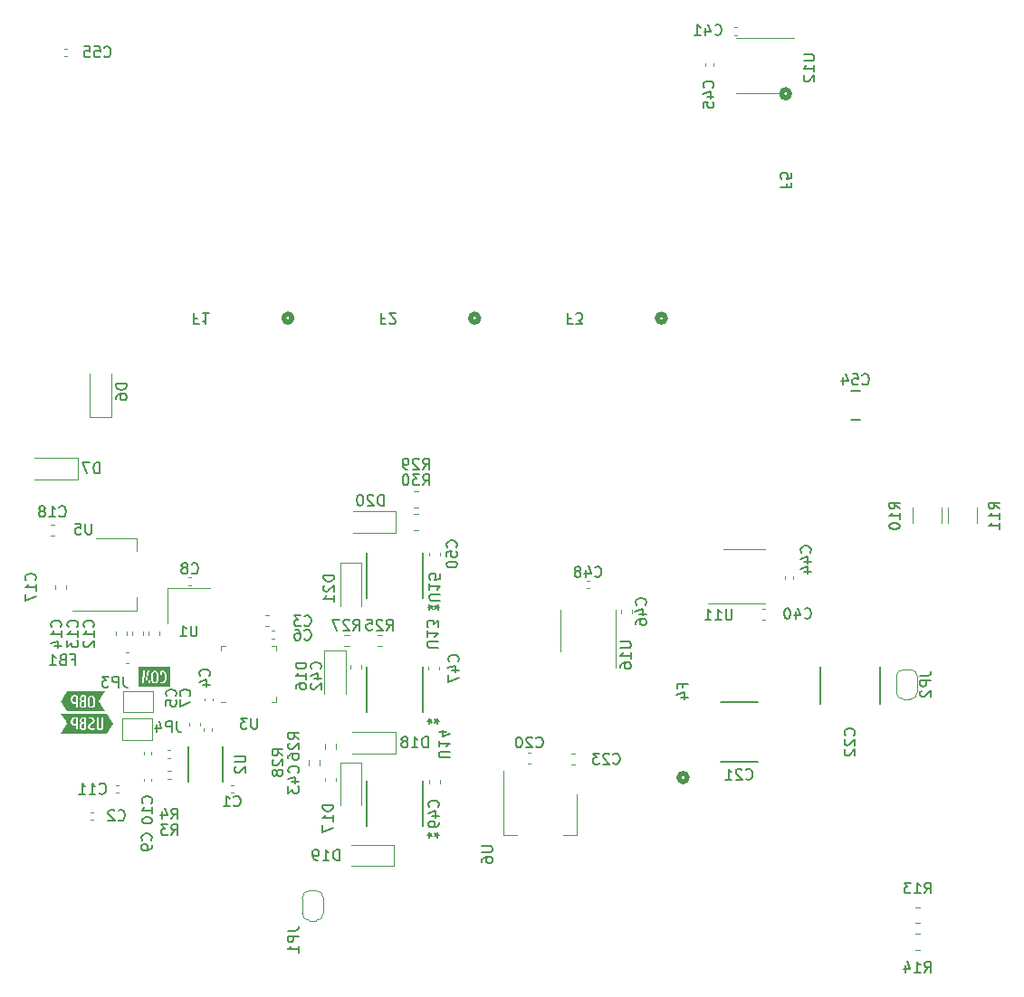
<source format=gbr>
%TF.GenerationSoftware,KiCad,Pcbnew,7.0.6*%
%TF.CreationDate,2024-03-09T23:02:32-07:00*%
%TF.ProjectId,Batt-Power-Prototype-2023_Lucy_V1,42617474-2d50-46f7-9765-722d50726f74,2*%
%TF.SameCoordinates,Original*%
%TF.FileFunction,Legend,Bot*%
%TF.FilePolarity,Positive*%
%FSLAX46Y46*%
G04 Gerber Fmt 4.6, Leading zero omitted, Abs format (unit mm)*
G04 Created by KiCad (PCBNEW 7.0.6) date 2024-03-09 23:02:32*
%MOMM*%
%LPD*%
G01*
G04 APERTURE LIST*
%ADD10C,0.150000*%
%ADD11C,0.508000*%
%ADD12C,0.120000*%
%ADD13C,0.152400*%
%ADD14C,0.127000*%
G04 APERTURE END LIST*
D10*
X163959990Y-63012783D02*
X163959990Y-63346116D01*
X163436180Y-63346116D02*
X164436180Y-63346116D01*
X164436180Y-63346116D02*
X164436180Y-62869926D01*
X164436180Y-62012783D02*
X164436180Y-62488973D01*
X164436180Y-62488973D02*
X163959990Y-62536592D01*
X163959990Y-62536592D02*
X164007609Y-62488973D01*
X164007609Y-62488973D02*
X164055228Y-62393735D01*
X164055228Y-62393735D02*
X164055228Y-62155640D01*
X164055228Y-62155640D02*
X164007609Y-62060402D01*
X164007609Y-62060402D02*
X163959990Y-62012783D01*
X163959990Y-62012783D02*
X163864752Y-61965164D01*
X163864752Y-61965164D02*
X163626657Y-61965164D01*
X163626657Y-61965164D02*
X163531419Y-62012783D01*
X163531419Y-62012783D02*
X163483800Y-62060402D01*
X163483800Y-62060402D02*
X163436180Y-62155640D01*
X163436180Y-62155640D02*
X163436180Y-62393735D01*
X163436180Y-62393735D02*
X163483800Y-62488973D01*
X163483800Y-62488973D02*
X163531419Y-62536592D01*
X126370169Y-75644990D02*
X126036836Y-75644990D01*
X126036836Y-75121180D02*
X126036836Y-76121180D01*
X126036836Y-76121180D02*
X126513026Y-76121180D01*
X126846360Y-76025942D02*
X126893979Y-76073561D01*
X126893979Y-76073561D02*
X126989217Y-76121180D01*
X126989217Y-76121180D02*
X127227312Y-76121180D01*
X127227312Y-76121180D02*
X127322550Y-76073561D01*
X127322550Y-76073561D02*
X127370169Y-76025942D01*
X127370169Y-76025942D02*
X127417788Y-75930704D01*
X127417788Y-75930704D02*
X127417788Y-75835466D01*
X127417788Y-75835466D02*
X127370169Y-75692609D01*
X127370169Y-75692609D02*
X126798741Y-75121180D01*
X126798741Y-75121180D02*
X127417788Y-75121180D01*
X108907669Y-75644990D02*
X108574336Y-75644990D01*
X108574336Y-75121180D02*
X108574336Y-76121180D01*
X108574336Y-76121180D02*
X109050526Y-76121180D01*
X109955288Y-75121180D02*
X109383860Y-75121180D01*
X109669574Y-75121180D02*
X109669574Y-76121180D01*
X109669574Y-76121180D02*
X109574336Y-75978323D01*
X109574336Y-75978323D02*
X109479098Y-75883085D01*
X109479098Y-75883085D02*
X109383860Y-75835466D01*
X154231009Y-110125665D02*
X154231009Y-109792332D01*
X154754819Y-109792332D02*
X153754819Y-109792332D01*
X153754819Y-109792332D02*
X153754819Y-110268522D01*
X154088152Y-111078046D02*
X154754819Y-111078046D01*
X153707200Y-110839951D02*
X154421485Y-110601856D01*
X154421485Y-110601856D02*
X154421485Y-111220903D01*
X143832669Y-75644990D02*
X143499336Y-75644990D01*
X143499336Y-75121180D02*
X143499336Y-76121180D01*
X143499336Y-76121180D02*
X143975526Y-76121180D01*
X144261241Y-76121180D02*
X144880288Y-76121180D01*
X144880288Y-76121180D02*
X144546955Y-75740228D01*
X144546955Y-75740228D02*
X144689812Y-75740228D01*
X144689812Y-75740228D02*
X144785050Y-75692609D01*
X144785050Y-75692609D02*
X144832669Y-75644990D01*
X144832669Y-75644990D02*
X144880288Y-75549752D01*
X144880288Y-75549752D02*
X144880288Y-75311657D01*
X144880288Y-75311657D02*
X144832669Y-75216419D01*
X144832669Y-75216419D02*
X144785050Y-75168800D01*
X144785050Y-75168800D02*
X144689812Y-75121180D01*
X144689812Y-75121180D02*
X144404098Y-75121180D01*
X144404098Y-75121180D02*
X144308860Y-75168800D01*
X144308860Y-75168800D02*
X144261241Y-75216419D01*
X101958333Y-109104819D02*
X101958333Y-109819104D01*
X101958333Y-109819104D02*
X102005952Y-109961961D01*
X102005952Y-109961961D02*
X102101190Y-110057200D01*
X102101190Y-110057200D02*
X102244047Y-110104819D01*
X102244047Y-110104819D02*
X102339285Y-110104819D01*
X101482142Y-110104819D02*
X101482142Y-109104819D01*
X101482142Y-109104819D02*
X101101190Y-109104819D01*
X101101190Y-109104819D02*
X101005952Y-109152438D01*
X101005952Y-109152438D02*
X100958333Y-109200057D01*
X100958333Y-109200057D02*
X100910714Y-109295295D01*
X100910714Y-109295295D02*
X100910714Y-109438152D01*
X100910714Y-109438152D02*
X100958333Y-109533390D01*
X100958333Y-109533390D02*
X101005952Y-109581009D01*
X101005952Y-109581009D02*
X101101190Y-109628628D01*
X101101190Y-109628628D02*
X101482142Y-109628628D01*
X100577380Y-109104819D02*
X99958333Y-109104819D01*
X99958333Y-109104819D02*
X100291666Y-109485771D01*
X100291666Y-109485771D02*
X100148809Y-109485771D01*
X100148809Y-109485771D02*
X100053571Y-109533390D01*
X100053571Y-109533390D02*
X100005952Y-109581009D01*
X100005952Y-109581009D02*
X99958333Y-109676247D01*
X99958333Y-109676247D02*
X99958333Y-109914342D01*
X99958333Y-109914342D02*
X100005952Y-110009580D01*
X100005952Y-110009580D02*
X100053571Y-110057200D01*
X100053571Y-110057200D02*
X100148809Y-110104819D01*
X100148809Y-110104819D02*
X100434523Y-110104819D01*
X100434523Y-110104819D02*
X100529761Y-110057200D01*
X100529761Y-110057200D02*
X100577380Y-110009580D01*
X118284580Y-118107142D02*
X118332200Y-118059523D01*
X118332200Y-118059523D02*
X118379819Y-117916666D01*
X118379819Y-117916666D02*
X118379819Y-117821428D01*
X118379819Y-117821428D02*
X118332200Y-117678571D01*
X118332200Y-117678571D02*
X118236961Y-117583333D01*
X118236961Y-117583333D02*
X118141723Y-117535714D01*
X118141723Y-117535714D02*
X117951247Y-117488095D01*
X117951247Y-117488095D02*
X117808390Y-117488095D01*
X117808390Y-117488095D02*
X117617914Y-117535714D01*
X117617914Y-117535714D02*
X117522676Y-117583333D01*
X117522676Y-117583333D02*
X117427438Y-117678571D01*
X117427438Y-117678571D02*
X117379819Y-117821428D01*
X117379819Y-117821428D02*
X117379819Y-117916666D01*
X117379819Y-117916666D02*
X117427438Y-118059523D01*
X117427438Y-118059523D02*
X117475057Y-118107142D01*
X117713152Y-118964285D02*
X118379819Y-118964285D01*
X117332200Y-118726190D02*
X118046485Y-118488095D01*
X118046485Y-118488095D02*
X118046485Y-119107142D01*
X117379819Y-119392857D02*
X117379819Y-120011904D01*
X117379819Y-120011904D02*
X117760771Y-119678571D01*
X117760771Y-119678571D02*
X117760771Y-119821428D01*
X117760771Y-119821428D02*
X117808390Y-119916666D01*
X117808390Y-119916666D02*
X117856009Y-119964285D01*
X117856009Y-119964285D02*
X117951247Y-120011904D01*
X117951247Y-120011904D02*
X118189342Y-120011904D01*
X118189342Y-120011904D02*
X118284580Y-119964285D01*
X118284580Y-119964285D02*
X118332200Y-119916666D01*
X118332200Y-119916666D02*
X118379819Y-119821428D01*
X118379819Y-119821428D02*
X118379819Y-119535714D01*
X118379819Y-119535714D02*
X118332200Y-119440476D01*
X118332200Y-119440476D02*
X118284580Y-119392857D01*
X174579819Y-93407142D02*
X174103628Y-93073809D01*
X174579819Y-92835714D02*
X173579819Y-92835714D01*
X173579819Y-92835714D02*
X173579819Y-93216666D01*
X173579819Y-93216666D02*
X173627438Y-93311904D01*
X173627438Y-93311904D02*
X173675057Y-93359523D01*
X173675057Y-93359523D02*
X173770295Y-93407142D01*
X173770295Y-93407142D02*
X173913152Y-93407142D01*
X173913152Y-93407142D02*
X174008390Y-93359523D01*
X174008390Y-93359523D02*
X174056009Y-93311904D01*
X174056009Y-93311904D02*
X174103628Y-93216666D01*
X174103628Y-93216666D02*
X174103628Y-92835714D01*
X174579819Y-94359523D02*
X174579819Y-93788095D01*
X174579819Y-94073809D02*
X173579819Y-94073809D01*
X173579819Y-94073809D02*
X173722676Y-93978571D01*
X173722676Y-93978571D02*
X173817914Y-93883333D01*
X173817914Y-93883333D02*
X173865533Y-93788095D01*
X173579819Y-94978571D02*
X173579819Y-95073809D01*
X173579819Y-95073809D02*
X173627438Y-95169047D01*
X173627438Y-95169047D02*
X173675057Y-95216666D01*
X173675057Y-95216666D02*
X173770295Y-95264285D01*
X173770295Y-95264285D02*
X173960771Y-95311904D01*
X173960771Y-95311904D02*
X174198866Y-95311904D01*
X174198866Y-95311904D02*
X174389342Y-95264285D01*
X174389342Y-95264285D02*
X174484580Y-95216666D01*
X174484580Y-95216666D02*
X174532200Y-95169047D01*
X174532200Y-95169047D02*
X174579819Y-95073809D01*
X174579819Y-95073809D02*
X174579819Y-94978571D01*
X174579819Y-94978571D02*
X174532200Y-94883333D01*
X174532200Y-94883333D02*
X174484580Y-94835714D01*
X174484580Y-94835714D02*
X174389342Y-94788095D01*
X174389342Y-94788095D02*
X174198866Y-94740476D01*
X174198866Y-94740476D02*
X173960771Y-94740476D01*
X173960771Y-94740476D02*
X173770295Y-94788095D01*
X173770295Y-94788095D02*
X173675057Y-94835714D01*
X173675057Y-94835714D02*
X173627438Y-94883333D01*
X173627438Y-94883333D02*
X173579819Y-94978571D01*
X97626580Y-104466562D02*
X97674200Y-104418943D01*
X97674200Y-104418943D02*
X97721819Y-104276086D01*
X97721819Y-104276086D02*
X97721819Y-104180848D01*
X97721819Y-104180848D02*
X97674200Y-104037991D01*
X97674200Y-104037991D02*
X97578961Y-103942753D01*
X97578961Y-103942753D02*
X97483723Y-103895134D01*
X97483723Y-103895134D02*
X97293247Y-103847515D01*
X97293247Y-103847515D02*
X97150390Y-103847515D01*
X97150390Y-103847515D02*
X96959914Y-103895134D01*
X96959914Y-103895134D02*
X96864676Y-103942753D01*
X96864676Y-103942753D02*
X96769438Y-104037991D01*
X96769438Y-104037991D02*
X96721819Y-104180848D01*
X96721819Y-104180848D02*
X96721819Y-104276086D01*
X96721819Y-104276086D02*
X96769438Y-104418943D01*
X96769438Y-104418943D02*
X96817057Y-104466562D01*
X97721819Y-105418943D02*
X97721819Y-104847515D01*
X97721819Y-105133229D02*
X96721819Y-105133229D01*
X96721819Y-105133229D02*
X96864676Y-105037991D01*
X96864676Y-105037991D02*
X96959914Y-104942753D01*
X96959914Y-104942753D02*
X97007533Y-104847515D01*
X96721819Y-105752277D02*
X96721819Y-106371324D01*
X96721819Y-106371324D02*
X97102771Y-106037991D01*
X97102771Y-106037991D02*
X97102771Y-106180848D01*
X97102771Y-106180848D02*
X97150390Y-106276086D01*
X97150390Y-106276086D02*
X97198009Y-106323705D01*
X97198009Y-106323705D02*
X97293247Y-106371324D01*
X97293247Y-106371324D02*
X97531342Y-106371324D01*
X97531342Y-106371324D02*
X97626580Y-106323705D01*
X97626580Y-106323705D02*
X97674200Y-106276086D01*
X97674200Y-106276086D02*
X97721819Y-106180848D01*
X97721819Y-106180848D02*
X97721819Y-105895134D01*
X97721819Y-105895134D02*
X97674200Y-105799896D01*
X97674200Y-105799896D02*
X97626580Y-105752277D01*
X95967857Y-94072580D02*
X96015476Y-94120200D01*
X96015476Y-94120200D02*
X96158333Y-94167819D01*
X96158333Y-94167819D02*
X96253571Y-94167819D01*
X96253571Y-94167819D02*
X96396428Y-94120200D01*
X96396428Y-94120200D02*
X96491666Y-94024961D01*
X96491666Y-94024961D02*
X96539285Y-93929723D01*
X96539285Y-93929723D02*
X96586904Y-93739247D01*
X96586904Y-93739247D02*
X96586904Y-93596390D01*
X96586904Y-93596390D02*
X96539285Y-93405914D01*
X96539285Y-93405914D02*
X96491666Y-93310676D01*
X96491666Y-93310676D02*
X96396428Y-93215438D01*
X96396428Y-93215438D02*
X96253571Y-93167819D01*
X96253571Y-93167819D02*
X96158333Y-93167819D01*
X96158333Y-93167819D02*
X96015476Y-93215438D01*
X96015476Y-93215438D02*
X95967857Y-93263057D01*
X95015476Y-94167819D02*
X95586904Y-94167819D01*
X95301190Y-94167819D02*
X95301190Y-93167819D01*
X95301190Y-93167819D02*
X95396428Y-93310676D01*
X95396428Y-93310676D02*
X95491666Y-93405914D01*
X95491666Y-93405914D02*
X95586904Y-93453533D01*
X94444047Y-93596390D02*
X94539285Y-93548771D01*
X94539285Y-93548771D02*
X94586904Y-93501152D01*
X94586904Y-93501152D02*
X94634523Y-93405914D01*
X94634523Y-93405914D02*
X94634523Y-93358295D01*
X94634523Y-93358295D02*
X94586904Y-93263057D01*
X94586904Y-93263057D02*
X94539285Y-93215438D01*
X94539285Y-93215438D02*
X94444047Y-93167819D01*
X94444047Y-93167819D02*
X94253571Y-93167819D01*
X94253571Y-93167819D02*
X94158333Y-93215438D01*
X94158333Y-93215438D02*
X94110714Y-93263057D01*
X94110714Y-93263057D02*
X94063095Y-93358295D01*
X94063095Y-93358295D02*
X94063095Y-93405914D01*
X94063095Y-93405914D02*
X94110714Y-93501152D01*
X94110714Y-93501152D02*
X94158333Y-93548771D01*
X94158333Y-93548771D02*
X94253571Y-93596390D01*
X94253571Y-93596390D02*
X94444047Y-93596390D01*
X94444047Y-93596390D02*
X94539285Y-93644009D01*
X94539285Y-93644009D02*
X94586904Y-93691628D01*
X94586904Y-93691628D02*
X94634523Y-93786866D01*
X94634523Y-93786866D02*
X94634523Y-93977342D01*
X94634523Y-93977342D02*
X94586904Y-94072580D01*
X94586904Y-94072580D02*
X94539285Y-94120200D01*
X94539285Y-94120200D02*
X94444047Y-94167819D01*
X94444047Y-94167819D02*
X94253571Y-94167819D01*
X94253571Y-94167819D02*
X94158333Y-94120200D01*
X94158333Y-94120200D02*
X94110714Y-94072580D01*
X94110714Y-94072580D02*
X94063095Y-93977342D01*
X94063095Y-93977342D02*
X94063095Y-93786866D01*
X94063095Y-93786866D02*
X94110714Y-93691628D01*
X94110714Y-93691628D02*
X94158333Y-93644009D01*
X94158333Y-93644009D02*
X94253571Y-93596390D01*
X147767857Y-117209580D02*
X147815476Y-117257200D01*
X147815476Y-117257200D02*
X147958333Y-117304819D01*
X147958333Y-117304819D02*
X148053571Y-117304819D01*
X148053571Y-117304819D02*
X148196428Y-117257200D01*
X148196428Y-117257200D02*
X148291666Y-117161961D01*
X148291666Y-117161961D02*
X148339285Y-117066723D01*
X148339285Y-117066723D02*
X148386904Y-116876247D01*
X148386904Y-116876247D02*
X148386904Y-116733390D01*
X148386904Y-116733390D02*
X148339285Y-116542914D01*
X148339285Y-116542914D02*
X148291666Y-116447676D01*
X148291666Y-116447676D02*
X148196428Y-116352438D01*
X148196428Y-116352438D02*
X148053571Y-116304819D01*
X148053571Y-116304819D02*
X147958333Y-116304819D01*
X147958333Y-116304819D02*
X147815476Y-116352438D01*
X147815476Y-116352438D02*
X147767857Y-116400057D01*
X147386904Y-116400057D02*
X147339285Y-116352438D01*
X147339285Y-116352438D02*
X147244047Y-116304819D01*
X147244047Y-116304819D02*
X147005952Y-116304819D01*
X147005952Y-116304819D02*
X146910714Y-116352438D01*
X146910714Y-116352438D02*
X146863095Y-116400057D01*
X146863095Y-116400057D02*
X146815476Y-116495295D01*
X146815476Y-116495295D02*
X146815476Y-116590533D01*
X146815476Y-116590533D02*
X146863095Y-116733390D01*
X146863095Y-116733390D02*
X147434523Y-117304819D01*
X147434523Y-117304819D02*
X146815476Y-117304819D01*
X146482142Y-116304819D02*
X145863095Y-116304819D01*
X145863095Y-116304819D02*
X146196428Y-116685771D01*
X146196428Y-116685771D02*
X146053571Y-116685771D01*
X146053571Y-116685771D02*
X145958333Y-116733390D01*
X145958333Y-116733390D02*
X145910714Y-116781009D01*
X145910714Y-116781009D02*
X145863095Y-116876247D01*
X145863095Y-116876247D02*
X145863095Y-117114342D01*
X145863095Y-117114342D02*
X145910714Y-117209580D01*
X145910714Y-117209580D02*
X145958333Y-117257200D01*
X145958333Y-117257200D02*
X146053571Y-117304819D01*
X146053571Y-117304819D02*
X146339285Y-117304819D01*
X146339285Y-117304819D02*
X146434523Y-117257200D01*
X146434523Y-117257200D02*
X146482142Y-117209580D01*
X122139285Y-126304819D02*
X122139285Y-125304819D01*
X122139285Y-125304819D02*
X121901190Y-125304819D01*
X121901190Y-125304819D02*
X121758333Y-125352438D01*
X121758333Y-125352438D02*
X121663095Y-125447676D01*
X121663095Y-125447676D02*
X121615476Y-125542914D01*
X121615476Y-125542914D02*
X121567857Y-125733390D01*
X121567857Y-125733390D02*
X121567857Y-125876247D01*
X121567857Y-125876247D02*
X121615476Y-126066723D01*
X121615476Y-126066723D02*
X121663095Y-126161961D01*
X121663095Y-126161961D02*
X121758333Y-126257200D01*
X121758333Y-126257200D02*
X121901190Y-126304819D01*
X121901190Y-126304819D02*
X122139285Y-126304819D01*
X120615476Y-126304819D02*
X121186904Y-126304819D01*
X120901190Y-126304819D02*
X120901190Y-125304819D01*
X120901190Y-125304819D02*
X120996428Y-125447676D01*
X120996428Y-125447676D02*
X121091666Y-125542914D01*
X121091666Y-125542914D02*
X121186904Y-125590533D01*
X120139285Y-126304819D02*
X119948809Y-126304819D01*
X119948809Y-126304819D02*
X119853571Y-126257200D01*
X119853571Y-126257200D02*
X119805952Y-126209580D01*
X119805952Y-126209580D02*
X119710714Y-126066723D01*
X119710714Y-126066723D02*
X119663095Y-125876247D01*
X119663095Y-125876247D02*
X119663095Y-125495295D01*
X119663095Y-125495295D02*
X119710714Y-125400057D01*
X119710714Y-125400057D02*
X119758333Y-125352438D01*
X119758333Y-125352438D02*
X119853571Y-125304819D01*
X119853571Y-125304819D02*
X120044047Y-125304819D01*
X120044047Y-125304819D02*
X120139285Y-125352438D01*
X120139285Y-125352438D02*
X120186904Y-125400057D01*
X120186904Y-125400057D02*
X120234523Y-125495295D01*
X120234523Y-125495295D02*
X120234523Y-125733390D01*
X120234523Y-125733390D02*
X120186904Y-125828628D01*
X120186904Y-125828628D02*
X120139285Y-125876247D01*
X120139285Y-125876247D02*
X120044047Y-125923866D01*
X120044047Y-125923866D02*
X119853571Y-125923866D01*
X119853571Y-125923866D02*
X119758333Y-125876247D01*
X119758333Y-125876247D02*
X119710714Y-125828628D01*
X119710714Y-125828628D02*
X119663095Y-125733390D01*
X99717857Y-120009580D02*
X99765476Y-120057200D01*
X99765476Y-120057200D02*
X99908333Y-120104819D01*
X99908333Y-120104819D02*
X100003571Y-120104819D01*
X100003571Y-120104819D02*
X100146428Y-120057200D01*
X100146428Y-120057200D02*
X100241666Y-119961961D01*
X100241666Y-119961961D02*
X100289285Y-119866723D01*
X100289285Y-119866723D02*
X100336904Y-119676247D01*
X100336904Y-119676247D02*
X100336904Y-119533390D01*
X100336904Y-119533390D02*
X100289285Y-119342914D01*
X100289285Y-119342914D02*
X100241666Y-119247676D01*
X100241666Y-119247676D02*
X100146428Y-119152438D01*
X100146428Y-119152438D02*
X100003571Y-119104819D01*
X100003571Y-119104819D02*
X99908333Y-119104819D01*
X99908333Y-119104819D02*
X99765476Y-119152438D01*
X99765476Y-119152438D02*
X99717857Y-119200057D01*
X98765476Y-120104819D02*
X99336904Y-120104819D01*
X99051190Y-120104819D02*
X99051190Y-119104819D01*
X99051190Y-119104819D02*
X99146428Y-119247676D01*
X99146428Y-119247676D02*
X99241666Y-119342914D01*
X99241666Y-119342914D02*
X99336904Y-119390533D01*
X97813095Y-120104819D02*
X98384523Y-120104819D01*
X98098809Y-120104819D02*
X98098809Y-119104819D01*
X98098809Y-119104819D02*
X98194047Y-119247676D01*
X98194047Y-119247676D02*
X98289285Y-119342914D01*
X98289285Y-119342914D02*
X98384523Y-119390533D01*
X170284580Y-114607142D02*
X170332200Y-114559523D01*
X170332200Y-114559523D02*
X170379819Y-114416666D01*
X170379819Y-114416666D02*
X170379819Y-114321428D01*
X170379819Y-114321428D02*
X170332200Y-114178571D01*
X170332200Y-114178571D02*
X170236961Y-114083333D01*
X170236961Y-114083333D02*
X170141723Y-114035714D01*
X170141723Y-114035714D02*
X169951247Y-113988095D01*
X169951247Y-113988095D02*
X169808390Y-113988095D01*
X169808390Y-113988095D02*
X169617914Y-114035714D01*
X169617914Y-114035714D02*
X169522676Y-114083333D01*
X169522676Y-114083333D02*
X169427438Y-114178571D01*
X169427438Y-114178571D02*
X169379819Y-114321428D01*
X169379819Y-114321428D02*
X169379819Y-114416666D01*
X169379819Y-114416666D02*
X169427438Y-114559523D01*
X169427438Y-114559523D02*
X169475057Y-114607142D01*
X169475057Y-114988095D02*
X169427438Y-115035714D01*
X169427438Y-115035714D02*
X169379819Y-115130952D01*
X169379819Y-115130952D02*
X169379819Y-115369047D01*
X169379819Y-115369047D02*
X169427438Y-115464285D01*
X169427438Y-115464285D02*
X169475057Y-115511904D01*
X169475057Y-115511904D02*
X169570295Y-115559523D01*
X169570295Y-115559523D02*
X169665533Y-115559523D01*
X169665533Y-115559523D02*
X169808390Y-115511904D01*
X169808390Y-115511904D02*
X170379819Y-114940476D01*
X170379819Y-114940476D02*
X170379819Y-115559523D01*
X169475057Y-115940476D02*
X169427438Y-115988095D01*
X169427438Y-115988095D02*
X169379819Y-116083333D01*
X169379819Y-116083333D02*
X169379819Y-116321428D01*
X169379819Y-116321428D02*
X169427438Y-116416666D01*
X169427438Y-116416666D02*
X169475057Y-116464285D01*
X169475057Y-116464285D02*
X169570295Y-116511904D01*
X169570295Y-116511904D02*
X169665533Y-116511904D01*
X169665533Y-116511904D02*
X169808390Y-116464285D01*
X169808390Y-116464285D02*
X170379819Y-115892857D01*
X170379819Y-115892857D02*
X170379819Y-116511904D01*
X132470180Y-116688094D02*
X131660657Y-116688094D01*
X131660657Y-116688094D02*
X131565419Y-116640475D01*
X131565419Y-116640475D02*
X131517800Y-116592856D01*
X131517800Y-116592856D02*
X131470180Y-116497618D01*
X131470180Y-116497618D02*
X131470180Y-116307142D01*
X131470180Y-116307142D02*
X131517800Y-116211904D01*
X131517800Y-116211904D02*
X131565419Y-116164285D01*
X131565419Y-116164285D02*
X131660657Y-116116666D01*
X131660657Y-116116666D02*
X132470180Y-116116666D01*
X131470180Y-115116666D02*
X131470180Y-115688094D01*
X131470180Y-115402380D02*
X132470180Y-115402380D01*
X132470180Y-115402380D02*
X132327323Y-115497618D01*
X132327323Y-115497618D02*
X132232085Y-115592856D01*
X132232085Y-115592856D02*
X132184466Y-115688094D01*
X132136847Y-114259523D02*
X131470180Y-114259523D01*
X132517800Y-114497618D02*
X131803514Y-114735713D01*
X131803514Y-114735713D02*
X131803514Y-114116666D01*
X131476980Y-123928149D02*
X131238885Y-123928149D01*
X131334123Y-124166244D02*
X131238885Y-123928149D01*
X131238885Y-123928149D02*
X131334123Y-123690054D01*
X131048409Y-124071006D02*
X131238885Y-123928149D01*
X131238885Y-123928149D02*
X131048409Y-123785292D01*
X130386619Y-123928150D02*
X130624714Y-123928150D01*
X130529476Y-123690055D02*
X130624714Y-123928150D01*
X130624714Y-123928150D02*
X130529476Y-124166245D01*
X130815190Y-123785293D02*
X130624714Y-123928150D01*
X130624714Y-123928150D02*
X130815190Y-124071007D01*
X158863094Y-102804819D02*
X158863094Y-103614342D01*
X158863094Y-103614342D02*
X158815475Y-103709580D01*
X158815475Y-103709580D02*
X158767856Y-103757200D01*
X158767856Y-103757200D02*
X158672618Y-103804819D01*
X158672618Y-103804819D02*
X158482142Y-103804819D01*
X158482142Y-103804819D02*
X158386904Y-103757200D01*
X158386904Y-103757200D02*
X158339285Y-103709580D01*
X158339285Y-103709580D02*
X158291666Y-103614342D01*
X158291666Y-103614342D02*
X158291666Y-102804819D01*
X157291666Y-103804819D02*
X157863094Y-103804819D01*
X157577380Y-103804819D02*
X157577380Y-102804819D01*
X157577380Y-102804819D02*
X157672618Y-102947676D01*
X157672618Y-102947676D02*
X157767856Y-103042914D01*
X157767856Y-103042914D02*
X157863094Y-103090533D01*
X156339285Y-103804819D02*
X156910713Y-103804819D01*
X156624999Y-103804819D02*
X156624999Y-102804819D01*
X156624999Y-102804819D02*
X156720237Y-102947676D01*
X156720237Y-102947676D02*
X156815475Y-103042914D01*
X156815475Y-103042914D02*
X156910713Y-103090533D01*
X108836904Y-104354819D02*
X108836904Y-105164342D01*
X108836904Y-105164342D02*
X108789285Y-105259580D01*
X108789285Y-105259580D02*
X108741666Y-105307200D01*
X108741666Y-105307200D02*
X108646428Y-105354819D01*
X108646428Y-105354819D02*
X108455952Y-105354819D01*
X108455952Y-105354819D02*
X108360714Y-105307200D01*
X108360714Y-105307200D02*
X108313095Y-105259580D01*
X108313095Y-105259580D02*
X108265476Y-105164342D01*
X108265476Y-105164342D02*
X108265476Y-104354819D01*
X107265476Y-105354819D02*
X107836904Y-105354819D01*
X107551190Y-105354819D02*
X107551190Y-104354819D01*
X107551190Y-104354819D02*
X107646428Y-104497676D01*
X107646428Y-104497676D02*
X107741666Y-104592914D01*
X107741666Y-104592914D02*
X107836904Y-104640533D01*
X99127580Y-104466562D02*
X99175200Y-104418943D01*
X99175200Y-104418943D02*
X99222819Y-104276086D01*
X99222819Y-104276086D02*
X99222819Y-104180848D01*
X99222819Y-104180848D02*
X99175200Y-104037991D01*
X99175200Y-104037991D02*
X99079961Y-103942753D01*
X99079961Y-103942753D02*
X98984723Y-103895134D01*
X98984723Y-103895134D02*
X98794247Y-103847515D01*
X98794247Y-103847515D02*
X98651390Y-103847515D01*
X98651390Y-103847515D02*
X98460914Y-103895134D01*
X98460914Y-103895134D02*
X98365676Y-103942753D01*
X98365676Y-103942753D02*
X98270438Y-104037991D01*
X98270438Y-104037991D02*
X98222819Y-104180848D01*
X98222819Y-104180848D02*
X98222819Y-104276086D01*
X98222819Y-104276086D02*
X98270438Y-104418943D01*
X98270438Y-104418943D02*
X98318057Y-104466562D01*
X99222819Y-105418943D02*
X99222819Y-104847515D01*
X99222819Y-105133229D02*
X98222819Y-105133229D01*
X98222819Y-105133229D02*
X98365676Y-105037991D01*
X98365676Y-105037991D02*
X98460914Y-104942753D01*
X98460914Y-104942753D02*
X98508533Y-104847515D01*
X98318057Y-105799896D02*
X98270438Y-105847515D01*
X98270438Y-105847515D02*
X98222819Y-105942753D01*
X98222819Y-105942753D02*
X98222819Y-106180848D01*
X98222819Y-106180848D02*
X98270438Y-106276086D01*
X98270438Y-106276086D02*
X98318057Y-106323705D01*
X98318057Y-106323705D02*
X98413295Y-106371324D01*
X98413295Y-106371324D02*
X98508533Y-106371324D01*
X98508533Y-106371324D02*
X98651390Y-106323705D01*
X98651390Y-106323705D02*
X99222819Y-105752277D01*
X99222819Y-105752277D02*
X99222819Y-106371324D01*
X183879819Y-93407142D02*
X183403628Y-93073809D01*
X183879819Y-92835714D02*
X182879819Y-92835714D01*
X182879819Y-92835714D02*
X182879819Y-93216666D01*
X182879819Y-93216666D02*
X182927438Y-93311904D01*
X182927438Y-93311904D02*
X182975057Y-93359523D01*
X182975057Y-93359523D02*
X183070295Y-93407142D01*
X183070295Y-93407142D02*
X183213152Y-93407142D01*
X183213152Y-93407142D02*
X183308390Y-93359523D01*
X183308390Y-93359523D02*
X183356009Y-93311904D01*
X183356009Y-93311904D02*
X183403628Y-93216666D01*
X183403628Y-93216666D02*
X183403628Y-92835714D01*
X183879819Y-94359523D02*
X183879819Y-93788095D01*
X183879819Y-94073809D02*
X182879819Y-94073809D01*
X182879819Y-94073809D02*
X183022676Y-93978571D01*
X183022676Y-93978571D02*
X183117914Y-93883333D01*
X183117914Y-93883333D02*
X183165533Y-93788095D01*
X183879819Y-95311904D02*
X183879819Y-94740476D01*
X183879819Y-95026190D02*
X182879819Y-95026190D01*
X182879819Y-95026190D02*
X183022676Y-94930952D01*
X183022676Y-94930952D02*
X183117914Y-94835714D01*
X183117914Y-94835714D02*
X183165533Y-94740476D01*
X99713094Y-90104819D02*
X99713094Y-89104819D01*
X99713094Y-89104819D02*
X99474999Y-89104819D01*
X99474999Y-89104819D02*
X99332142Y-89152438D01*
X99332142Y-89152438D02*
X99236904Y-89247676D01*
X99236904Y-89247676D02*
X99189285Y-89342914D01*
X99189285Y-89342914D02*
X99141666Y-89533390D01*
X99141666Y-89533390D02*
X99141666Y-89676247D01*
X99141666Y-89676247D02*
X99189285Y-89866723D01*
X99189285Y-89866723D02*
X99236904Y-89961961D01*
X99236904Y-89961961D02*
X99332142Y-90057200D01*
X99332142Y-90057200D02*
X99474999Y-90104819D01*
X99474999Y-90104819D02*
X99713094Y-90104819D01*
X98808332Y-89104819D02*
X98141666Y-89104819D01*
X98141666Y-89104819D02*
X98570237Y-90104819D01*
X131570180Y-101988094D02*
X130760657Y-101988094D01*
X130760657Y-101988094D02*
X130665419Y-101940475D01*
X130665419Y-101940475D02*
X130617800Y-101892856D01*
X130617800Y-101892856D02*
X130570180Y-101797618D01*
X130570180Y-101797618D02*
X130570180Y-101607142D01*
X130570180Y-101607142D02*
X130617800Y-101511904D01*
X130617800Y-101511904D02*
X130665419Y-101464285D01*
X130665419Y-101464285D02*
X130760657Y-101416666D01*
X130760657Y-101416666D02*
X131570180Y-101416666D01*
X130570180Y-100416666D02*
X130570180Y-100988094D01*
X130570180Y-100702380D02*
X131570180Y-100702380D01*
X131570180Y-100702380D02*
X131427323Y-100797618D01*
X131427323Y-100797618D02*
X131332085Y-100892856D01*
X131332085Y-100892856D02*
X131284466Y-100988094D01*
X131570180Y-99511904D02*
X131570180Y-99988094D01*
X131570180Y-99988094D02*
X131093990Y-100035713D01*
X131093990Y-100035713D02*
X131141609Y-99988094D01*
X131141609Y-99988094D02*
X131189228Y-99892856D01*
X131189228Y-99892856D02*
X131189228Y-99654761D01*
X131189228Y-99654761D02*
X131141609Y-99559523D01*
X131141609Y-99559523D02*
X131093990Y-99511904D01*
X131093990Y-99511904D02*
X130998752Y-99464285D01*
X130998752Y-99464285D02*
X130760657Y-99464285D01*
X130760657Y-99464285D02*
X130665419Y-99511904D01*
X130665419Y-99511904D02*
X130617800Y-99559523D01*
X130617800Y-99559523D02*
X130570180Y-99654761D01*
X130570180Y-99654761D02*
X130570180Y-99892856D01*
X130570180Y-99892856D02*
X130617800Y-99988094D01*
X130617800Y-99988094D02*
X130665419Y-100035713D01*
X130436619Y-102628150D02*
X130674714Y-102628150D01*
X130579476Y-102390055D02*
X130674714Y-102628150D01*
X130674714Y-102628150D02*
X130579476Y-102866245D01*
X130865190Y-102485293D02*
X130674714Y-102628150D01*
X130674714Y-102628150D02*
X130865190Y-102771007D01*
X131526980Y-102628149D02*
X131288885Y-102628149D01*
X131384123Y-102866244D02*
X131288885Y-102628149D01*
X131288885Y-102628149D02*
X131384123Y-102390054D01*
X131098409Y-102771006D02*
X131288885Y-102628149D01*
X131288885Y-102628149D02*
X131098409Y-102485292D01*
X131370180Y-106388094D02*
X130560657Y-106388094D01*
X130560657Y-106388094D02*
X130465419Y-106340475D01*
X130465419Y-106340475D02*
X130417800Y-106292856D01*
X130417800Y-106292856D02*
X130370180Y-106197618D01*
X130370180Y-106197618D02*
X130370180Y-106007142D01*
X130370180Y-106007142D02*
X130417800Y-105911904D01*
X130417800Y-105911904D02*
X130465419Y-105864285D01*
X130465419Y-105864285D02*
X130560657Y-105816666D01*
X130560657Y-105816666D02*
X131370180Y-105816666D01*
X130370180Y-104816666D02*
X130370180Y-105388094D01*
X130370180Y-105102380D02*
X131370180Y-105102380D01*
X131370180Y-105102380D02*
X131227323Y-105197618D01*
X131227323Y-105197618D02*
X131132085Y-105292856D01*
X131132085Y-105292856D02*
X131084466Y-105388094D01*
X131370180Y-104483332D02*
X131370180Y-103864285D01*
X131370180Y-103864285D02*
X130989228Y-104197618D01*
X130989228Y-104197618D02*
X130989228Y-104054761D01*
X130989228Y-104054761D02*
X130941609Y-103959523D01*
X130941609Y-103959523D02*
X130893990Y-103911904D01*
X130893990Y-103911904D02*
X130798752Y-103864285D01*
X130798752Y-103864285D02*
X130560657Y-103864285D01*
X130560657Y-103864285D02*
X130465419Y-103911904D01*
X130465419Y-103911904D02*
X130417800Y-103959523D01*
X130417800Y-103959523D02*
X130370180Y-104054761D01*
X130370180Y-104054761D02*
X130370180Y-104340475D01*
X130370180Y-104340475D02*
X130417800Y-104435713D01*
X130417800Y-104435713D02*
X130465419Y-104483332D01*
X130386619Y-113278150D02*
X130624714Y-113278150D01*
X130529476Y-113040055D02*
X130624714Y-113278150D01*
X130624714Y-113278150D02*
X130529476Y-113516245D01*
X130815190Y-113135293D02*
X130624714Y-113278150D01*
X130624714Y-113278150D02*
X130815190Y-113421007D01*
X131476980Y-113278149D02*
X131238885Y-113278149D01*
X131334123Y-113516244D02*
X131238885Y-113278149D01*
X131238885Y-113278149D02*
X131334123Y-113040054D01*
X131048409Y-113421006D02*
X131238885Y-113278149D01*
X131238885Y-113278149D02*
X131048409Y-113135292D01*
X135479819Y-124988095D02*
X136289342Y-124988095D01*
X136289342Y-124988095D02*
X136384580Y-125035714D01*
X136384580Y-125035714D02*
X136432200Y-125083333D01*
X136432200Y-125083333D02*
X136479819Y-125178571D01*
X136479819Y-125178571D02*
X136479819Y-125369047D01*
X136479819Y-125369047D02*
X136432200Y-125464285D01*
X136432200Y-125464285D02*
X136384580Y-125511904D01*
X136384580Y-125511904D02*
X136289342Y-125559523D01*
X136289342Y-125559523D02*
X135479819Y-125559523D01*
X135479819Y-126464285D02*
X135479819Y-126273809D01*
X135479819Y-126273809D02*
X135527438Y-126178571D01*
X135527438Y-126178571D02*
X135575057Y-126130952D01*
X135575057Y-126130952D02*
X135717914Y-126035714D01*
X135717914Y-126035714D02*
X135908390Y-125988095D01*
X135908390Y-125988095D02*
X136289342Y-125988095D01*
X136289342Y-125988095D02*
X136384580Y-126035714D01*
X136384580Y-126035714D02*
X136432200Y-126083333D01*
X136432200Y-126083333D02*
X136479819Y-126178571D01*
X136479819Y-126178571D02*
X136479819Y-126369047D01*
X136479819Y-126369047D02*
X136432200Y-126464285D01*
X136432200Y-126464285D02*
X136384580Y-126511904D01*
X136384580Y-126511904D02*
X136289342Y-126559523D01*
X136289342Y-126559523D02*
X136051247Y-126559523D01*
X136051247Y-126559523D02*
X135956009Y-126511904D01*
X135956009Y-126511904D02*
X135908390Y-126464285D01*
X135908390Y-126464285D02*
X135860771Y-126369047D01*
X135860771Y-126369047D02*
X135860771Y-126178571D01*
X135860771Y-126178571D02*
X135908390Y-126083333D01*
X135908390Y-126083333D02*
X135956009Y-126035714D01*
X135956009Y-126035714D02*
X136051247Y-125988095D01*
X129967857Y-91204819D02*
X130301190Y-90728628D01*
X130539285Y-91204819D02*
X130539285Y-90204819D01*
X130539285Y-90204819D02*
X130158333Y-90204819D01*
X130158333Y-90204819D02*
X130063095Y-90252438D01*
X130063095Y-90252438D02*
X130015476Y-90300057D01*
X130015476Y-90300057D02*
X129967857Y-90395295D01*
X129967857Y-90395295D02*
X129967857Y-90538152D01*
X129967857Y-90538152D02*
X130015476Y-90633390D01*
X130015476Y-90633390D02*
X130063095Y-90681009D01*
X130063095Y-90681009D02*
X130158333Y-90728628D01*
X130158333Y-90728628D02*
X130539285Y-90728628D01*
X129634523Y-90204819D02*
X129015476Y-90204819D01*
X129015476Y-90204819D02*
X129348809Y-90585771D01*
X129348809Y-90585771D02*
X129205952Y-90585771D01*
X129205952Y-90585771D02*
X129110714Y-90633390D01*
X129110714Y-90633390D02*
X129063095Y-90681009D01*
X129063095Y-90681009D02*
X129015476Y-90776247D01*
X129015476Y-90776247D02*
X129015476Y-91014342D01*
X129015476Y-91014342D02*
X129063095Y-91109580D01*
X129063095Y-91109580D02*
X129110714Y-91157200D01*
X129110714Y-91157200D02*
X129205952Y-91204819D01*
X129205952Y-91204819D02*
X129491666Y-91204819D01*
X129491666Y-91204819D02*
X129586904Y-91157200D01*
X129586904Y-91157200D02*
X129634523Y-91109580D01*
X128396428Y-90204819D02*
X128301190Y-90204819D01*
X128301190Y-90204819D02*
X128205952Y-90252438D01*
X128205952Y-90252438D02*
X128158333Y-90300057D01*
X128158333Y-90300057D02*
X128110714Y-90395295D01*
X128110714Y-90395295D02*
X128063095Y-90585771D01*
X128063095Y-90585771D02*
X128063095Y-90823866D01*
X128063095Y-90823866D02*
X128110714Y-91014342D01*
X128110714Y-91014342D02*
X128158333Y-91109580D01*
X128158333Y-91109580D02*
X128205952Y-91157200D01*
X128205952Y-91157200D02*
X128301190Y-91204819D01*
X128301190Y-91204819D02*
X128396428Y-91204819D01*
X128396428Y-91204819D02*
X128491666Y-91157200D01*
X128491666Y-91157200D02*
X128539285Y-91109580D01*
X128539285Y-91109580D02*
X128586904Y-91014342D01*
X128586904Y-91014342D02*
X128634523Y-90823866D01*
X128634523Y-90823866D02*
X128634523Y-90585771D01*
X128634523Y-90585771D02*
X128586904Y-90395295D01*
X128586904Y-90395295D02*
X128539285Y-90300057D01*
X128539285Y-90300057D02*
X128491666Y-90252438D01*
X128491666Y-90252438D02*
X128396428Y-90204819D01*
X150765580Y-102404142D02*
X150813200Y-102356523D01*
X150813200Y-102356523D02*
X150860819Y-102213666D01*
X150860819Y-102213666D02*
X150860819Y-102118428D01*
X150860819Y-102118428D02*
X150813200Y-101975571D01*
X150813200Y-101975571D02*
X150717961Y-101880333D01*
X150717961Y-101880333D02*
X150622723Y-101832714D01*
X150622723Y-101832714D02*
X150432247Y-101785095D01*
X150432247Y-101785095D02*
X150289390Y-101785095D01*
X150289390Y-101785095D02*
X150098914Y-101832714D01*
X150098914Y-101832714D02*
X150003676Y-101880333D01*
X150003676Y-101880333D02*
X149908438Y-101975571D01*
X149908438Y-101975571D02*
X149860819Y-102118428D01*
X149860819Y-102118428D02*
X149860819Y-102213666D01*
X149860819Y-102213666D02*
X149908438Y-102356523D01*
X149908438Y-102356523D02*
X149956057Y-102404142D01*
X150194152Y-103261285D02*
X150860819Y-103261285D01*
X149813200Y-103023190D02*
X150527485Y-102785095D01*
X150527485Y-102785095D02*
X150527485Y-103404142D01*
X149860819Y-104213666D02*
X149860819Y-104023190D01*
X149860819Y-104023190D02*
X149908438Y-103927952D01*
X149908438Y-103927952D02*
X149956057Y-103880333D01*
X149956057Y-103880333D02*
X150098914Y-103785095D01*
X150098914Y-103785095D02*
X150289390Y-103737476D01*
X150289390Y-103737476D02*
X150670342Y-103737476D01*
X150670342Y-103737476D02*
X150765580Y-103785095D01*
X150765580Y-103785095D02*
X150813200Y-103832714D01*
X150813200Y-103832714D02*
X150860819Y-103927952D01*
X150860819Y-103927952D02*
X150860819Y-104118428D01*
X150860819Y-104118428D02*
X150813200Y-104213666D01*
X150813200Y-104213666D02*
X150765580Y-104261285D01*
X150765580Y-104261285D02*
X150670342Y-104308904D01*
X150670342Y-104308904D02*
X150432247Y-104308904D01*
X150432247Y-104308904D02*
X150337009Y-104261285D01*
X150337009Y-104261285D02*
X150289390Y-104213666D01*
X150289390Y-104213666D02*
X150241771Y-104118428D01*
X150241771Y-104118428D02*
X150241771Y-103927952D01*
X150241771Y-103927952D02*
X150289390Y-103832714D01*
X150289390Y-103832714D02*
X150337009Y-103785095D01*
X150337009Y-103785095D02*
X150432247Y-103737476D01*
X120384580Y-108407142D02*
X120432200Y-108359523D01*
X120432200Y-108359523D02*
X120479819Y-108216666D01*
X120479819Y-108216666D02*
X120479819Y-108121428D01*
X120479819Y-108121428D02*
X120432200Y-107978571D01*
X120432200Y-107978571D02*
X120336961Y-107883333D01*
X120336961Y-107883333D02*
X120241723Y-107835714D01*
X120241723Y-107835714D02*
X120051247Y-107788095D01*
X120051247Y-107788095D02*
X119908390Y-107788095D01*
X119908390Y-107788095D02*
X119717914Y-107835714D01*
X119717914Y-107835714D02*
X119622676Y-107883333D01*
X119622676Y-107883333D02*
X119527438Y-107978571D01*
X119527438Y-107978571D02*
X119479819Y-108121428D01*
X119479819Y-108121428D02*
X119479819Y-108216666D01*
X119479819Y-108216666D02*
X119527438Y-108359523D01*
X119527438Y-108359523D02*
X119575057Y-108407142D01*
X119813152Y-109264285D02*
X120479819Y-109264285D01*
X119432200Y-109026190D02*
X120146485Y-108788095D01*
X120146485Y-108788095D02*
X120146485Y-109407142D01*
X119575057Y-109740476D02*
X119527438Y-109788095D01*
X119527438Y-109788095D02*
X119479819Y-109883333D01*
X119479819Y-109883333D02*
X119479819Y-110121428D01*
X119479819Y-110121428D02*
X119527438Y-110216666D01*
X119527438Y-110216666D02*
X119575057Y-110264285D01*
X119575057Y-110264285D02*
X119670295Y-110311904D01*
X119670295Y-110311904D02*
X119765533Y-110311904D01*
X119765533Y-110311904D02*
X119908390Y-110264285D01*
X119908390Y-110264285D02*
X120479819Y-109692857D01*
X120479819Y-109692857D02*
X120479819Y-110311904D01*
X108134580Y-110933333D02*
X108182200Y-110885714D01*
X108182200Y-110885714D02*
X108229819Y-110742857D01*
X108229819Y-110742857D02*
X108229819Y-110647619D01*
X108229819Y-110647619D02*
X108182200Y-110504762D01*
X108182200Y-110504762D02*
X108086961Y-110409524D01*
X108086961Y-110409524D02*
X107991723Y-110361905D01*
X107991723Y-110361905D02*
X107801247Y-110314286D01*
X107801247Y-110314286D02*
X107658390Y-110314286D01*
X107658390Y-110314286D02*
X107467914Y-110361905D01*
X107467914Y-110361905D02*
X107372676Y-110409524D01*
X107372676Y-110409524D02*
X107277438Y-110504762D01*
X107277438Y-110504762D02*
X107229819Y-110647619D01*
X107229819Y-110647619D02*
X107229819Y-110742857D01*
X107229819Y-110742857D02*
X107277438Y-110885714D01*
X107277438Y-110885714D02*
X107325057Y-110933333D01*
X107229819Y-111266667D02*
X107229819Y-111933333D01*
X107229819Y-111933333D02*
X108229819Y-111504762D01*
X176867857Y-129404819D02*
X177201190Y-128928628D01*
X177439285Y-129404819D02*
X177439285Y-128404819D01*
X177439285Y-128404819D02*
X177058333Y-128404819D01*
X177058333Y-128404819D02*
X176963095Y-128452438D01*
X176963095Y-128452438D02*
X176915476Y-128500057D01*
X176915476Y-128500057D02*
X176867857Y-128595295D01*
X176867857Y-128595295D02*
X176867857Y-128738152D01*
X176867857Y-128738152D02*
X176915476Y-128833390D01*
X176915476Y-128833390D02*
X176963095Y-128881009D01*
X176963095Y-128881009D02*
X177058333Y-128928628D01*
X177058333Y-128928628D02*
X177439285Y-128928628D01*
X175915476Y-129404819D02*
X176486904Y-129404819D01*
X176201190Y-129404819D02*
X176201190Y-128404819D01*
X176201190Y-128404819D02*
X176296428Y-128547676D01*
X176296428Y-128547676D02*
X176391666Y-128642914D01*
X176391666Y-128642914D02*
X176486904Y-128690533D01*
X175582142Y-128404819D02*
X174963095Y-128404819D01*
X174963095Y-128404819D02*
X175296428Y-128785771D01*
X175296428Y-128785771D02*
X175153571Y-128785771D01*
X175153571Y-128785771D02*
X175058333Y-128833390D01*
X175058333Y-128833390D02*
X175010714Y-128881009D01*
X175010714Y-128881009D02*
X174963095Y-128976247D01*
X174963095Y-128976247D02*
X174963095Y-129214342D01*
X174963095Y-129214342D02*
X175010714Y-129309580D01*
X175010714Y-129309580D02*
X175058333Y-129357200D01*
X175058333Y-129357200D02*
X175153571Y-129404819D01*
X175153571Y-129404819D02*
X175439285Y-129404819D01*
X175439285Y-129404819D02*
X175534523Y-129357200D01*
X175534523Y-129357200D02*
X175582142Y-129309580D01*
X112379819Y-116541095D02*
X113189342Y-116541095D01*
X113189342Y-116541095D02*
X113284580Y-116588714D01*
X113284580Y-116588714D02*
X113332200Y-116636333D01*
X113332200Y-116636333D02*
X113379819Y-116731571D01*
X113379819Y-116731571D02*
X113379819Y-116922047D01*
X113379819Y-116922047D02*
X113332200Y-117017285D01*
X113332200Y-117017285D02*
X113284580Y-117064904D01*
X113284580Y-117064904D02*
X113189342Y-117112523D01*
X113189342Y-117112523D02*
X112379819Y-117112523D01*
X112475057Y-117541095D02*
X112427438Y-117588714D01*
X112427438Y-117588714D02*
X112379819Y-117683952D01*
X112379819Y-117683952D02*
X112379819Y-117922047D01*
X112379819Y-117922047D02*
X112427438Y-118017285D01*
X112427438Y-118017285D02*
X112475057Y-118064904D01*
X112475057Y-118064904D02*
X112570295Y-118112523D01*
X112570295Y-118112523D02*
X112665533Y-118112523D01*
X112665533Y-118112523D02*
X112808390Y-118064904D01*
X112808390Y-118064904D02*
X113379819Y-117493476D01*
X113379819Y-117493476D02*
X113379819Y-118112523D01*
X146062857Y-99706580D02*
X146110476Y-99754200D01*
X146110476Y-99754200D02*
X146253333Y-99801819D01*
X146253333Y-99801819D02*
X146348571Y-99801819D01*
X146348571Y-99801819D02*
X146491428Y-99754200D01*
X146491428Y-99754200D02*
X146586666Y-99658961D01*
X146586666Y-99658961D02*
X146634285Y-99563723D01*
X146634285Y-99563723D02*
X146681904Y-99373247D01*
X146681904Y-99373247D02*
X146681904Y-99230390D01*
X146681904Y-99230390D02*
X146634285Y-99039914D01*
X146634285Y-99039914D02*
X146586666Y-98944676D01*
X146586666Y-98944676D02*
X146491428Y-98849438D01*
X146491428Y-98849438D02*
X146348571Y-98801819D01*
X146348571Y-98801819D02*
X146253333Y-98801819D01*
X146253333Y-98801819D02*
X146110476Y-98849438D01*
X146110476Y-98849438D02*
X146062857Y-98897057D01*
X145205714Y-99135152D02*
X145205714Y-99801819D01*
X145443809Y-98754200D02*
X145681904Y-99468485D01*
X145681904Y-99468485D02*
X145062857Y-99468485D01*
X144539047Y-99230390D02*
X144634285Y-99182771D01*
X144634285Y-99182771D02*
X144681904Y-99135152D01*
X144681904Y-99135152D02*
X144729523Y-99039914D01*
X144729523Y-99039914D02*
X144729523Y-98992295D01*
X144729523Y-98992295D02*
X144681904Y-98897057D01*
X144681904Y-98897057D02*
X144634285Y-98849438D01*
X144634285Y-98849438D02*
X144539047Y-98801819D01*
X144539047Y-98801819D02*
X144348571Y-98801819D01*
X144348571Y-98801819D02*
X144253333Y-98849438D01*
X144253333Y-98849438D02*
X144205714Y-98897057D01*
X144205714Y-98897057D02*
X144158095Y-98992295D01*
X144158095Y-98992295D02*
X144158095Y-99039914D01*
X144158095Y-99039914D02*
X144205714Y-99135152D01*
X144205714Y-99135152D02*
X144253333Y-99182771D01*
X144253333Y-99182771D02*
X144348571Y-99230390D01*
X144348571Y-99230390D02*
X144539047Y-99230390D01*
X144539047Y-99230390D02*
X144634285Y-99278009D01*
X144634285Y-99278009D02*
X144681904Y-99325628D01*
X144681904Y-99325628D02*
X144729523Y-99420866D01*
X144729523Y-99420866D02*
X144729523Y-99611342D01*
X144729523Y-99611342D02*
X144681904Y-99706580D01*
X144681904Y-99706580D02*
X144634285Y-99754200D01*
X144634285Y-99754200D02*
X144539047Y-99801819D01*
X144539047Y-99801819D02*
X144348571Y-99801819D01*
X144348571Y-99801819D02*
X144253333Y-99754200D01*
X144253333Y-99754200D02*
X144205714Y-99706580D01*
X144205714Y-99706580D02*
X144158095Y-99611342D01*
X144158095Y-99611342D02*
X144158095Y-99420866D01*
X144158095Y-99420866D02*
X144205714Y-99325628D01*
X144205714Y-99325628D02*
X144253333Y-99278009D01*
X144253333Y-99278009D02*
X144348571Y-99230390D01*
X106958333Y-113304819D02*
X106958333Y-114019104D01*
X106958333Y-114019104D02*
X107005952Y-114161961D01*
X107005952Y-114161961D02*
X107101190Y-114257200D01*
X107101190Y-114257200D02*
X107244047Y-114304819D01*
X107244047Y-114304819D02*
X107339285Y-114304819D01*
X106482142Y-114304819D02*
X106482142Y-113304819D01*
X106482142Y-113304819D02*
X106101190Y-113304819D01*
X106101190Y-113304819D02*
X106005952Y-113352438D01*
X106005952Y-113352438D02*
X105958333Y-113400057D01*
X105958333Y-113400057D02*
X105910714Y-113495295D01*
X105910714Y-113495295D02*
X105910714Y-113638152D01*
X105910714Y-113638152D02*
X105958333Y-113733390D01*
X105958333Y-113733390D02*
X106005952Y-113781009D01*
X106005952Y-113781009D02*
X106101190Y-113828628D01*
X106101190Y-113828628D02*
X106482142Y-113828628D01*
X105053571Y-113638152D02*
X105053571Y-114304819D01*
X105291666Y-113257200D02*
X105529761Y-113971485D01*
X105529761Y-113971485D02*
X104910714Y-113971485D01*
X165579819Y-50911905D02*
X166389342Y-50911905D01*
X166389342Y-50911905D02*
X166484580Y-50959524D01*
X166484580Y-50959524D02*
X166532200Y-51007143D01*
X166532200Y-51007143D02*
X166579819Y-51102381D01*
X166579819Y-51102381D02*
X166579819Y-51292857D01*
X166579819Y-51292857D02*
X166532200Y-51388095D01*
X166532200Y-51388095D02*
X166484580Y-51435714D01*
X166484580Y-51435714D02*
X166389342Y-51483333D01*
X166389342Y-51483333D02*
X165579819Y-51483333D01*
X166579819Y-52483333D02*
X166579819Y-51911905D01*
X166579819Y-52197619D02*
X165579819Y-52197619D01*
X165579819Y-52197619D02*
X165722676Y-52102381D01*
X165722676Y-52102381D02*
X165817914Y-52007143D01*
X165817914Y-52007143D02*
X165865533Y-51911905D01*
X165675057Y-52864286D02*
X165627438Y-52911905D01*
X165627438Y-52911905D02*
X165579819Y-53007143D01*
X165579819Y-53007143D02*
X165579819Y-53245238D01*
X165579819Y-53245238D02*
X165627438Y-53340476D01*
X165627438Y-53340476D02*
X165675057Y-53388095D01*
X165675057Y-53388095D02*
X165770295Y-53435714D01*
X165770295Y-53435714D02*
X165865533Y-53435714D01*
X165865533Y-53435714D02*
X166008390Y-53388095D01*
X166008390Y-53388095D02*
X166579819Y-52816667D01*
X166579819Y-52816667D02*
X166579819Y-53435714D01*
X129967857Y-89704819D02*
X130301190Y-89228628D01*
X130539285Y-89704819D02*
X130539285Y-88704819D01*
X130539285Y-88704819D02*
X130158333Y-88704819D01*
X130158333Y-88704819D02*
X130063095Y-88752438D01*
X130063095Y-88752438D02*
X130015476Y-88800057D01*
X130015476Y-88800057D02*
X129967857Y-88895295D01*
X129967857Y-88895295D02*
X129967857Y-89038152D01*
X129967857Y-89038152D02*
X130015476Y-89133390D01*
X130015476Y-89133390D02*
X130063095Y-89181009D01*
X130063095Y-89181009D02*
X130158333Y-89228628D01*
X130158333Y-89228628D02*
X130539285Y-89228628D01*
X129586904Y-88800057D02*
X129539285Y-88752438D01*
X129539285Y-88752438D02*
X129444047Y-88704819D01*
X129444047Y-88704819D02*
X129205952Y-88704819D01*
X129205952Y-88704819D02*
X129110714Y-88752438D01*
X129110714Y-88752438D02*
X129063095Y-88800057D01*
X129063095Y-88800057D02*
X129015476Y-88895295D01*
X129015476Y-88895295D02*
X129015476Y-88990533D01*
X129015476Y-88990533D02*
X129063095Y-89133390D01*
X129063095Y-89133390D02*
X129634523Y-89704819D01*
X129634523Y-89704819D02*
X129015476Y-89704819D01*
X128539285Y-89704819D02*
X128348809Y-89704819D01*
X128348809Y-89704819D02*
X128253571Y-89657200D01*
X128253571Y-89657200D02*
X128205952Y-89609580D01*
X128205952Y-89609580D02*
X128110714Y-89466723D01*
X128110714Y-89466723D02*
X128063095Y-89276247D01*
X128063095Y-89276247D02*
X128063095Y-88895295D01*
X128063095Y-88895295D02*
X128110714Y-88800057D01*
X128110714Y-88800057D02*
X128158333Y-88752438D01*
X128158333Y-88752438D02*
X128253571Y-88704819D01*
X128253571Y-88704819D02*
X128444047Y-88704819D01*
X128444047Y-88704819D02*
X128539285Y-88752438D01*
X128539285Y-88752438D02*
X128586904Y-88800057D01*
X128586904Y-88800057D02*
X128634523Y-88895295D01*
X128634523Y-88895295D02*
X128634523Y-89133390D01*
X128634523Y-89133390D02*
X128586904Y-89228628D01*
X128586904Y-89228628D02*
X128539285Y-89276247D01*
X128539285Y-89276247D02*
X128444047Y-89323866D01*
X128444047Y-89323866D02*
X128253571Y-89323866D01*
X128253571Y-89323866D02*
X128158333Y-89276247D01*
X128158333Y-89276247D02*
X128110714Y-89228628D01*
X128110714Y-89228628D02*
X128063095Y-89133390D01*
X118891666Y-104309580D02*
X118939285Y-104357200D01*
X118939285Y-104357200D02*
X119082142Y-104404819D01*
X119082142Y-104404819D02*
X119177380Y-104404819D01*
X119177380Y-104404819D02*
X119320237Y-104357200D01*
X119320237Y-104357200D02*
X119415475Y-104261961D01*
X119415475Y-104261961D02*
X119463094Y-104166723D01*
X119463094Y-104166723D02*
X119510713Y-103976247D01*
X119510713Y-103976247D02*
X119510713Y-103833390D01*
X119510713Y-103833390D02*
X119463094Y-103642914D01*
X119463094Y-103642914D02*
X119415475Y-103547676D01*
X119415475Y-103547676D02*
X119320237Y-103452438D01*
X119320237Y-103452438D02*
X119177380Y-103404819D01*
X119177380Y-103404819D02*
X119082142Y-103404819D01*
X119082142Y-103404819D02*
X118939285Y-103452438D01*
X118939285Y-103452438D02*
X118891666Y-103500057D01*
X118558332Y-103404819D02*
X117939285Y-103404819D01*
X117939285Y-103404819D02*
X118272618Y-103785771D01*
X118272618Y-103785771D02*
X118129761Y-103785771D01*
X118129761Y-103785771D02*
X118034523Y-103833390D01*
X118034523Y-103833390D02*
X117986904Y-103881009D01*
X117986904Y-103881009D02*
X117939285Y-103976247D01*
X117939285Y-103976247D02*
X117939285Y-104214342D01*
X117939285Y-104214342D02*
X117986904Y-104309580D01*
X117986904Y-104309580D02*
X118034523Y-104357200D01*
X118034523Y-104357200D02*
X118129761Y-104404819D01*
X118129761Y-104404819D02*
X118415475Y-104404819D01*
X118415475Y-104404819D02*
X118510713Y-104357200D01*
X118510713Y-104357200D02*
X118558332Y-104309580D01*
X157084580Y-54007142D02*
X157132200Y-53959523D01*
X157132200Y-53959523D02*
X157179819Y-53816666D01*
X157179819Y-53816666D02*
X157179819Y-53721428D01*
X157179819Y-53721428D02*
X157132200Y-53578571D01*
X157132200Y-53578571D02*
X157036961Y-53483333D01*
X157036961Y-53483333D02*
X156941723Y-53435714D01*
X156941723Y-53435714D02*
X156751247Y-53388095D01*
X156751247Y-53388095D02*
X156608390Y-53388095D01*
X156608390Y-53388095D02*
X156417914Y-53435714D01*
X156417914Y-53435714D02*
X156322676Y-53483333D01*
X156322676Y-53483333D02*
X156227438Y-53578571D01*
X156227438Y-53578571D02*
X156179819Y-53721428D01*
X156179819Y-53721428D02*
X156179819Y-53816666D01*
X156179819Y-53816666D02*
X156227438Y-53959523D01*
X156227438Y-53959523D02*
X156275057Y-54007142D01*
X156513152Y-54864285D02*
X157179819Y-54864285D01*
X156132200Y-54626190D02*
X156846485Y-54388095D01*
X156846485Y-54388095D02*
X156846485Y-55007142D01*
X156179819Y-55864285D02*
X156179819Y-55388095D01*
X156179819Y-55388095D02*
X156656009Y-55340476D01*
X156656009Y-55340476D02*
X156608390Y-55388095D01*
X156608390Y-55388095D02*
X156560771Y-55483333D01*
X156560771Y-55483333D02*
X156560771Y-55721428D01*
X156560771Y-55721428D02*
X156608390Y-55816666D01*
X156608390Y-55816666D02*
X156656009Y-55864285D01*
X156656009Y-55864285D02*
X156751247Y-55911904D01*
X156751247Y-55911904D02*
X156989342Y-55911904D01*
X156989342Y-55911904D02*
X157084580Y-55864285D01*
X157084580Y-55864285D02*
X157132200Y-55816666D01*
X157132200Y-55816666D02*
X157179819Y-55721428D01*
X157179819Y-55721428D02*
X157179819Y-55483333D01*
X157179819Y-55483333D02*
X157132200Y-55388095D01*
X157132200Y-55388095D02*
X157084580Y-55340476D01*
X131384580Y-121307142D02*
X131432200Y-121259523D01*
X131432200Y-121259523D02*
X131479819Y-121116666D01*
X131479819Y-121116666D02*
X131479819Y-121021428D01*
X131479819Y-121021428D02*
X131432200Y-120878571D01*
X131432200Y-120878571D02*
X131336961Y-120783333D01*
X131336961Y-120783333D02*
X131241723Y-120735714D01*
X131241723Y-120735714D02*
X131051247Y-120688095D01*
X131051247Y-120688095D02*
X130908390Y-120688095D01*
X130908390Y-120688095D02*
X130717914Y-120735714D01*
X130717914Y-120735714D02*
X130622676Y-120783333D01*
X130622676Y-120783333D02*
X130527438Y-120878571D01*
X130527438Y-120878571D02*
X130479819Y-121021428D01*
X130479819Y-121021428D02*
X130479819Y-121116666D01*
X130479819Y-121116666D02*
X130527438Y-121259523D01*
X130527438Y-121259523D02*
X130575057Y-121307142D01*
X130813152Y-122164285D02*
X131479819Y-122164285D01*
X130432200Y-121926190D02*
X131146485Y-121688095D01*
X131146485Y-121688095D02*
X131146485Y-122307142D01*
X131479819Y-122735714D02*
X131479819Y-122926190D01*
X131479819Y-122926190D02*
X131432200Y-123021428D01*
X131432200Y-123021428D02*
X131384580Y-123069047D01*
X131384580Y-123069047D02*
X131241723Y-123164285D01*
X131241723Y-123164285D02*
X131051247Y-123211904D01*
X131051247Y-123211904D02*
X130670295Y-123211904D01*
X130670295Y-123211904D02*
X130575057Y-123164285D01*
X130575057Y-123164285D02*
X130527438Y-123116666D01*
X130527438Y-123116666D02*
X130479819Y-123021428D01*
X130479819Y-123021428D02*
X130479819Y-122830952D01*
X130479819Y-122830952D02*
X130527438Y-122735714D01*
X130527438Y-122735714D02*
X130575057Y-122688095D01*
X130575057Y-122688095D02*
X130670295Y-122640476D01*
X130670295Y-122640476D02*
X130908390Y-122640476D01*
X130908390Y-122640476D02*
X131003628Y-122688095D01*
X131003628Y-122688095D02*
X131051247Y-122735714D01*
X131051247Y-122735714D02*
X131098866Y-122830952D01*
X131098866Y-122830952D02*
X131098866Y-123021428D01*
X131098866Y-123021428D02*
X131051247Y-123116666D01*
X131051247Y-123116666D02*
X131003628Y-123164285D01*
X131003628Y-123164285D02*
X130908390Y-123211904D01*
X126289285Y-93104819D02*
X126289285Y-92104819D01*
X126289285Y-92104819D02*
X126051190Y-92104819D01*
X126051190Y-92104819D02*
X125908333Y-92152438D01*
X125908333Y-92152438D02*
X125813095Y-92247676D01*
X125813095Y-92247676D02*
X125765476Y-92342914D01*
X125765476Y-92342914D02*
X125717857Y-92533390D01*
X125717857Y-92533390D02*
X125717857Y-92676247D01*
X125717857Y-92676247D02*
X125765476Y-92866723D01*
X125765476Y-92866723D02*
X125813095Y-92961961D01*
X125813095Y-92961961D02*
X125908333Y-93057200D01*
X125908333Y-93057200D02*
X126051190Y-93104819D01*
X126051190Y-93104819D02*
X126289285Y-93104819D01*
X125336904Y-92200057D02*
X125289285Y-92152438D01*
X125289285Y-92152438D02*
X125194047Y-92104819D01*
X125194047Y-92104819D02*
X124955952Y-92104819D01*
X124955952Y-92104819D02*
X124860714Y-92152438D01*
X124860714Y-92152438D02*
X124813095Y-92200057D01*
X124813095Y-92200057D02*
X124765476Y-92295295D01*
X124765476Y-92295295D02*
X124765476Y-92390533D01*
X124765476Y-92390533D02*
X124813095Y-92533390D01*
X124813095Y-92533390D02*
X125384523Y-93104819D01*
X125384523Y-93104819D02*
X124765476Y-93104819D01*
X124146428Y-92104819D02*
X124051190Y-92104819D01*
X124051190Y-92104819D02*
X123955952Y-92152438D01*
X123955952Y-92152438D02*
X123908333Y-92200057D01*
X123908333Y-92200057D02*
X123860714Y-92295295D01*
X123860714Y-92295295D02*
X123813095Y-92485771D01*
X123813095Y-92485771D02*
X123813095Y-92723866D01*
X123813095Y-92723866D02*
X123860714Y-92914342D01*
X123860714Y-92914342D02*
X123908333Y-93009580D01*
X123908333Y-93009580D02*
X123955952Y-93057200D01*
X123955952Y-93057200D02*
X124051190Y-93104819D01*
X124051190Y-93104819D02*
X124146428Y-93104819D01*
X124146428Y-93104819D02*
X124241666Y-93057200D01*
X124241666Y-93057200D02*
X124289285Y-93009580D01*
X124289285Y-93009580D02*
X124336904Y-92914342D01*
X124336904Y-92914342D02*
X124384523Y-92723866D01*
X124384523Y-92723866D02*
X124384523Y-92485771D01*
X124384523Y-92485771D02*
X124336904Y-92295295D01*
X124336904Y-92295295D02*
X124289285Y-92200057D01*
X124289285Y-92200057D02*
X124241666Y-92152438D01*
X124241666Y-92152438D02*
X124146428Y-92104819D01*
X118891666Y-105609580D02*
X118939285Y-105657200D01*
X118939285Y-105657200D02*
X119082142Y-105704819D01*
X119082142Y-105704819D02*
X119177380Y-105704819D01*
X119177380Y-105704819D02*
X119320237Y-105657200D01*
X119320237Y-105657200D02*
X119415475Y-105561961D01*
X119415475Y-105561961D02*
X119463094Y-105466723D01*
X119463094Y-105466723D02*
X119510713Y-105276247D01*
X119510713Y-105276247D02*
X119510713Y-105133390D01*
X119510713Y-105133390D02*
X119463094Y-104942914D01*
X119463094Y-104942914D02*
X119415475Y-104847676D01*
X119415475Y-104847676D02*
X119320237Y-104752438D01*
X119320237Y-104752438D02*
X119177380Y-104704819D01*
X119177380Y-104704819D02*
X119082142Y-104704819D01*
X119082142Y-104704819D02*
X118939285Y-104752438D01*
X118939285Y-104752438D02*
X118891666Y-104800057D01*
X118034523Y-104704819D02*
X118224999Y-104704819D01*
X118224999Y-104704819D02*
X118320237Y-104752438D01*
X118320237Y-104752438D02*
X118367856Y-104800057D01*
X118367856Y-104800057D02*
X118463094Y-104942914D01*
X118463094Y-104942914D02*
X118510713Y-105133390D01*
X118510713Y-105133390D02*
X118510713Y-105514342D01*
X118510713Y-105514342D02*
X118463094Y-105609580D01*
X118463094Y-105609580D02*
X118415475Y-105657200D01*
X118415475Y-105657200D02*
X118320237Y-105704819D01*
X118320237Y-105704819D02*
X118129761Y-105704819D01*
X118129761Y-105704819D02*
X118034523Y-105657200D01*
X118034523Y-105657200D02*
X117986904Y-105609580D01*
X117986904Y-105609580D02*
X117939285Y-105514342D01*
X117939285Y-105514342D02*
X117939285Y-105276247D01*
X117939285Y-105276247D02*
X117986904Y-105181009D01*
X117986904Y-105181009D02*
X118034523Y-105133390D01*
X118034523Y-105133390D02*
X118129761Y-105085771D01*
X118129761Y-105085771D02*
X118320237Y-105085771D01*
X118320237Y-105085771D02*
X118415475Y-105133390D01*
X118415475Y-105133390D02*
X118463094Y-105181009D01*
X118463094Y-105181009D02*
X118510713Y-105276247D01*
X100167857Y-51059580D02*
X100215476Y-51107200D01*
X100215476Y-51107200D02*
X100358333Y-51154819D01*
X100358333Y-51154819D02*
X100453571Y-51154819D01*
X100453571Y-51154819D02*
X100596428Y-51107200D01*
X100596428Y-51107200D02*
X100691666Y-51011961D01*
X100691666Y-51011961D02*
X100739285Y-50916723D01*
X100739285Y-50916723D02*
X100786904Y-50726247D01*
X100786904Y-50726247D02*
X100786904Y-50583390D01*
X100786904Y-50583390D02*
X100739285Y-50392914D01*
X100739285Y-50392914D02*
X100691666Y-50297676D01*
X100691666Y-50297676D02*
X100596428Y-50202438D01*
X100596428Y-50202438D02*
X100453571Y-50154819D01*
X100453571Y-50154819D02*
X100358333Y-50154819D01*
X100358333Y-50154819D02*
X100215476Y-50202438D01*
X100215476Y-50202438D02*
X100167857Y-50250057D01*
X99263095Y-50154819D02*
X99739285Y-50154819D01*
X99739285Y-50154819D02*
X99786904Y-50631009D01*
X99786904Y-50631009D02*
X99739285Y-50583390D01*
X99739285Y-50583390D02*
X99644047Y-50535771D01*
X99644047Y-50535771D02*
X99405952Y-50535771D01*
X99405952Y-50535771D02*
X99310714Y-50583390D01*
X99310714Y-50583390D02*
X99263095Y-50631009D01*
X99263095Y-50631009D02*
X99215476Y-50726247D01*
X99215476Y-50726247D02*
X99215476Y-50964342D01*
X99215476Y-50964342D02*
X99263095Y-51059580D01*
X99263095Y-51059580D02*
X99310714Y-51107200D01*
X99310714Y-51107200D02*
X99405952Y-51154819D01*
X99405952Y-51154819D02*
X99644047Y-51154819D01*
X99644047Y-51154819D02*
X99739285Y-51107200D01*
X99739285Y-51107200D02*
X99786904Y-51059580D01*
X98310714Y-50154819D02*
X98786904Y-50154819D01*
X98786904Y-50154819D02*
X98834523Y-50631009D01*
X98834523Y-50631009D02*
X98786904Y-50583390D01*
X98786904Y-50583390D02*
X98691666Y-50535771D01*
X98691666Y-50535771D02*
X98453571Y-50535771D01*
X98453571Y-50535771D02*
X98358333Y-50583390D01*
X98358333Y-50583390D02*
X98310714Y-50631009D01*
X98310714Y-50631009D02*
X98263095Y-50726247D01*
X98263095Y-50726247D02*
X98263095Y-50964342D01*
X98263095Y-50964342D02*
X98310714Y-51059580D01*
X98310714Y-51059580D02*
X98358333Y-51107200D01*
X98358333Y-51107200D02*
X98453571Y-51154819D01*
X98453571Y-51154819D02*
X98691666Y-51154819D01*
X98691666Y-51154819D02*
X98786904Y-51107200D01*
X98786904Y-51107200D02*
X98834523Y-51059580D01*
X109984580Y-109033333D02*
X110032200Y-108985714D01*
X110032200Y-108985714D02*
X110079819Y-108842857D01*
X110079819Y-108842857D02*
X110079819Y-108747619D01*
X110079819Y-108747619D02*
X110032200Y-108604762D01*
X110032200Y-108604762D02*
X109936961Y-108509524D01*
X109936961Y-108509524D02*
X109841723Y-108461905D01*
X109841723Y-108461905D02*
X109651247Y-108414286D01*
X109651247Y-108414286D02*
X109508390Y-108414286D01*
X109508390Y-108414286D02*
X109317914Y-108461905D01*
X109317914Y-108461905D02*
X109222676Y-108509524D01*
X109222676Y-108509524D02*
X109127438Y-108604762D01*
X109127438Y-108604762D02*
X109079819Y-108747619D01*
X109079819Y-108747619D02*
X109079819Y-108842857D01*
X109079819Y-108842857D02*
X109127438Y-108985714D01*
X109127438Y-108985714D02*
X109175057Y-109033333D01*
X109413152Y-109890476D02*
X110079819Y-109890476D01*
X109032200Y-109652381D02*
X109746485Y-109414286D01*
X109746485Y-109414286D02*
X109746485Y-110033333D01*
X117329819Y-132916666D02*
X118044104Y-132916666D01*
X118044104Y-132916666D02*
X118186961Y-132869047D01*
X118186961Y-132869047D02*
X118282200Y-132773809D01*
X118282200Y-132773809D02*
X118329819Y-132630952D01*
X118329819Y-132630952D02*
X118329819Y-132535714D01*
X118329819Y-133392857D02*
X117329819Y-133392857D01*
X117329819Y-133392857D02*
X117329819Y-133773809D01*
X117329819Y-133773809D02*
X117377438Y-133869047D01*
X117377438Y-133869047D02*
X117425057Y-133916666D01*
X117425057Y-133916666D02*
X117520295Y-133964285D01*
X117520295Y-133964285D02*
X117663152Y-133964285D01*
X117663152Y-133964285D02*
X117758390Y-133916666D01*
X117758390Y-133916666D02*
X117806009Y-133869047D01*
X117806009Y-133869047D02*
X117853628Y-133773809D01*
X117853628Y-133773809D02*
X117853628Y-133392857D01*
X118329819Y-134916666D02*
X118329819Y-134345238D01*
X118329819Y-134630952D02*
X117329819Y-134630952D01*
X117329819Y-134630952D02*
X117472676Y-134535714D01*
X117472676Y-134535714D02*
X117567914Y-134440476D01*
X117567914Y-134440476D02*
X117615533Y-134345238D01*
X123467857Y-104774819D02*
X123801190Y-104298628D01*
X124039285Y-104774819D02*
X124039285Y-103774819D01*
X124039285Y-103774819D02*
X123658333Y-103774819D01*
X123658333Y-103774819D02*
X123563095Y-103822438D01*
X123563095Y-103822438D02*
X123515476Y-103870057D01*
X123515476Y-103870057D02*
X123467857Y-103965295D01*
X123467857Y-103965295D02*
X123467857Y-104108152D01*
X123467857Y-104108152D02*
X123515476Y-104203390D01*
X123515476Y-104203390D02*
X123563095Y-104251009D01*
X123563095Y-104251009D02*
X123658333Y-104298628D01*
X123658333Y-104298628D02*
X124039285Y-104298628D01*
X123086904Y-103870057D02*
X123039285Y-103822438D01*
X123039285Y-103822438D02*
X122944047Y-103774819D01*
X122944047Y-103774819D02*
X122705952Y-103774819D01*
X122705952Y-103774819D02*
X122610714Y-103822438D01*
X122610714Y-103822438D02*
X122563095Y-103870057D01*
X122563095Y-103870057D02*
X122515476Y-103965295D01*
X122515476Y-103965295D02*
X122515476Y-104060533D01*
X122515476Y-104060533D02*
X122563095Y-104203390D01*
X122563095Y-104203390D02*
X123134523Y-104774819D01*
X123134523Y-104774819D02*
X122515476Y-104774819D01*
X122182142Y-103774819D02*
X121515476Y-103774819D01*
X121515476Y-103774819D02*
X121944047Y-104774819D01*
X96079580Y-104466562D02*
X96127200Y-104418943D01*
X96127200Y-104418943D02*
X96174819Y-104276086D01*
X96174819Y-104276086D02*
X96174819Y-104180848D01*
X96174819Y-104180848D02*
X96127200Y-104037991D01*
X96127200Y-104037991D02*
X96031961Y-103942753D01*
X96031961Y-103942753D02*
X95936723Y-103895134D01*
X95936723Y-103895134D02*
X95746247Y-103847515D01*
X95746247Y-103847515D02*
X95603390Y-103847515D01*
X95603390Y-103847515D02*
X95412914Y-103895134D01*
X95412914Y-103895134D02*
X95317676Y-103942753D01*
X95317676Y-103942753D02*
X95222438Y-104037991D01*
X95222438Y-104037991D02*
X95174819Y-104180848D01*
X95174819Y-104180848D02*
X95174819Y-104276086D01*
X95174819Y-104276086D02*
X95222438Y-104418943D01*
X95222438Y-104418943D02*
X95270057Y-104466562D01*
X96174819Y-105418943D02*
X96174819Y-104847515D01*
X96174819Y-105133229D02*
X95174819Y-105133229D01*
X95174819Y-105133229D02*
X95317676Y-105037991D01*
X95317676Y-105037991D02*
X95412914Y-104942753D01*
X95412914Y-104942753D02*
X95460533Y-104847515D01*
X95508152Y-106276086D02*
X96174819Y-106276086D01*
X95127200Y-106037991D02*
X95841485Y-105799896D01*
X95841485Y-105799896D02*
X95841485Y-106418943D01*
X106834580Y-110933333D02*
X106882200Y-110885714D01*
X106882200Y-110885714D02*
X106929819Y-110742857D01*
X106929819Y-110742857D02*
X106929819Y-110647619D01*
X106929819Y-110647619D02*
X106882200Y-110504762D01*
X106882200Y-110504762D02*
X106786961Y-110409524D01*
X106786961Y-110409524D02*
X106691723Y-110361905D01*
X106691723Y-110361905D02*
X106501247Y-110314286D01*
X106501247Y-110314286D02*
X106358390Y-110314286D01*
X106358390Y-110314286D02*
X106167914Y-110361905D01*
X106167914Y-110361905D02*
X106072676Y-110409524D01*
X106072676Y-110409524D02*
X105977438Y-110504762D01*
X105977438Y-110504762D02*
X105929819Y-110647619D01*
X105929819Y-110647619D02*
X105929819Y-110742857D01*
X105929819Y-110742857D02*
X105977438Y-110885714D01*
X105977438Y-110885714D02*
X106025057Y-110933333D01*
X105929819Y-111838095D02*
X105929819Y-111361905D01*
X105929819Y-111361905D02*
X106406009Y-111314286D01*
X106406009Y-111314286D02*
X106358390Y-111361905D01*
X106358390Y-111361905D02*
X106310771Y-111457143D01*
X106310771Y-111457143D02*
X106310771Y-111695238D01*
X106310771Y-111695238D02*
X106358390Y-111790476D01*
X106358390Y-111790476D02*
X106406009Y-111838095D01*
X106406009Y-111838095D02*
X106501247Y-111885714D01*
X106501247Y-111885714D02*
X106739342Y-111885714D01*
X106739342Y-111885714D02*
X106834580Y-111838095D01*
X106834580Y-111838095D02*
X106882200Y-111790476D01*
X106882200Y-111790476D02*
X106929819Y-111695238D01*
X106929819Y-111695238D02*
X106929819Y-111457143D01*
X106929819Y-111457143D02*
X106882200Y-111361905D01*
X106882200Y-111361905D02*
X106834580Y-111314286D01*
X166184580Y-97507142D02*
X166232200Y-97459523D01*
X166232200Y-97459523D02*
X166279819Y-97316666D01*
X166279819Y-97316666D02*
X166279819Y-97221428D01*
X166279819Y-97221428D02*
X166232200Y-97078571D01*
X166232200Y-97078571D02*
X166136961Y-96983333D01*
X166136961Y-96983333D02*
X166041723Y-96935714D01*
X166041723Y-96935714D02*
X165851247Y-96888095D01*
X165851247Y-96888095D02*
X165708390Y-96888095D01*
X165708390Y-96888095D02*
X165517914Y-96935714D01*
X165517914Y-96935714D02*
X165422676Y-96983333D01*
X165422676Y-96983333D02*
X165327438Y-97078571D01*
X165327438Y-97078571D02*
X165279819Y-97221428D01*
X165279819Y-97221428D02*
X165279819Y-97316666D01*
X165279819Y-97316666D02*
X165327438Y-97459523D01*
X165327438Y-97459523D02*
X165375057Y-97507142D01*
X165613152Y-98364285D02*
X166279819Y-98364285D01*
X165232200Y-98126190D02*
X165946485Y-97888095D01*
X165946485Y-97888095D02*
X165946485Y-98507142D01*
X165613152Y-99316666D02*
X166279819Y-99316666D01*
X165232200Y-99078571D02*
X165946485Y-98840476D01*
X165946485Y-98840476D02*
X165946485Y-99459523D01*
X104584580Y-120957142D02*
X104632200Y-120909523D01*
X104632200Y-120909523D02*
X104679819Y-120766666D01*
X104679819Y-120766666D02*
X104679819Y-120671428D01*
X104679819Y-120671428D02*
X104632200Y-120528571D01*
X104632200Y-120528571D02*
X104536961Y-120433333D01*
X104536961Y-120433333D02*
X104441723Y-120385714D01*
X104441723Y-120385714D02*
X104251247Y-120338095D01*
X104251247Y-120338095D02*
X104108390Y-120338095D01*
X104108390Y-120338095D02*
X103917914Y-120385714D01*
X103917914Y-120385714D02*
X103822676Y-120433333D01*
X103822676Y-120433333D02*
X103727438Y-120528571D01*
X103727438Y-120528571D02*
X103679819Y-120671428D01*
X103679819Y-120671428D02*
X103679819Y-120766666D01*
X103679819Y-120766666D02*
X103727438Y-120909523D01*
X103727438Y-120909523D02*
X103775057Y-120957142D01*
X104679819Y-121909523D02*
X104679819Y-121338095D01*
X104679819Y-121623809D02*
X103679819Y-121623809D01*
X103679819Y-121623809D02*
X103822676Y-121528571D01*
X103822676Y-121528571D02*
X103917914Y-121433333D01*
X103917914Y-121433333D02*
X103965533Y-121338095D01*
X103679819Y-122528571D02*
X103679819Y-122623809D01*
X103679819Y-122623809D02*
X103727438Y-122719047D01*
X103727438Y-122719047D02*
X103775057Y-122766666D01*
X103775057Y-122766666D02*
X103870295Y-122814285D01*
X103870295Y-122814285D02*
X104060771Y-122861904D01*
X104060771Y-122861904D02*
X104298866Y-122861904D01*
X104298866Y-122861904D02*
X104489342Y-122814285D01*
X104489342Y-122814285D02*
X104584580Y-122766666D01*
X104584580Y-122766666D02*
X104632200Y-122719047D01*
X104632200Y-122719047D02*
X104679819Y-122623809D01*
X104679819Y-122623809D02*
X104679819Y-122528571D01*
X104679819Y-122528571D02*
X104632200Y-122433333D01*
X104632200Y-122433333D02*
X104584580Y-122385714D01*
X104584580Y-122385714D02*
X104489342Y-122338095D01*
X104489342Y-122338095D02*
X104298866Y-122290476D01*
X104298866Y-122290476D02*
X104060771Y-122290476D01*
X104060771Y-122290476D02*
X103870295Y-122338095D01*
X103870295Y-122338095D02*
X103775057Y-122385714D01*
X103775057Y-122385714D02*
X103727438Y-122433333D01*
X103727438Y-122433333D02*
X103679819Y-122528571D01*
X160167857Y-118659580D02*
X160215476Y-118707200D01*
X160215476Y-118707200D02*
X160358333Y-118754819D01*
X160358333Y-118754819D02*
X160453571Y-118754819D01*
X160453571Y-118754819D02*
X160596428Y-118707200D01*
X160596428Y-118707200D02*
X160691666Y-118611961D01*
X160691666Y-118611961D02*
X160739285Y-118516723D01*
X160739285Y-118516723D02*
X160786904Y-118326247D01*
X160786904Y-118326247D02*
X160786904Y-118183390D01*
X160786904Y-118183390D02*
X160739285Y-117992914D01*
X160739285Y-117992914D02*
X160691666Y-117897676D01*
X160691666Y-117897676D02*
X160596428Y-117802438D01*
X160596428Y-117802438D02*
X160453571Y-117754819D01*
X160453571Y-117754819D02*
X160358333Y-117754819D01*
X160358333Y-117754819D02*
X160215476Y-117802438D01*
X160215476Y-117802438D02*
X160167857Y-117850057D01*
X159786904Y-117850057D02*
X159739285Y-117802438D01*
X159739285Y-117802438D02*
X159644047Y-117754819D01*
X159644047Y-117754819D02*
X159405952Y-117754819D01*
X159405952Y-117754819D02*
X159310714Y-117802438D01*
X159310714Y-117802438D02*
X159263095Y-117850057D01*
X159263095Y-117850057D02*
X159215476Y-117945295D01*
X159215476Y-117945295D02*
X159215476Y-118040533D01*
X159215476Y-118040533D02*
X159263095Y-118183390D01*
X159263095Y-118183390D02*
X159834523Y-118754819D01*
X159834523Y-118754819D02*
X159215476Y-118754819D01*
X158263095Y-118754819D02*
X158834523Y-118754819D01*
X158548809Y-118754819D02*
X158548809Y-117754819D01*
X158548809Y-117754819D02*
X158644047Y-117897676D01*
X158644047Y-117897676D02*
X158739285Y-117992914D01*
X158739285Y-117992914D02*
X158834523Y-118040533D01*
X157267857Y-49009580D02*
X157315476Y-49057200D01*
X157315476Y-49057200D02*
X157458333Y-49104819D01*
X157458333Y-49104819D02*
X157553571Y-49104819D01*
X157553571Y-49104819D02*
X157696428Y-49057200D01*
X157696428Y-49057200D02*
X157791666Y-48961961D01*
X157791666Y-48961961D02*
X157839285Y-48866723D01*
X157839285Y-48866723D02*
X157886904Y-48676247D01*
X157886904Y-48676247D02*
X157886904Y-48533390D01*
X157886904Y-48533390D02*
X157839285Y-48342914D01*
X157839285Y-48342914D02*
X157791666Y-48247676D01*
X157791666Y-48247676D02*
X157696428Y-48152438D01*
X157696428Y-48152438D02*
X157553571Y-48104819D01*
X157553571Y-48104819D02*
X157458333Y-48104819D01*
X157458333Y-48104819D02*
X157315476Y-48152438D01*
X157315476Y-48152438D02*
X157267857Y-48200057D01*
X156410714Y-48438152D02*
X156410714Y-49104819D01*
X156648809Y-48057200D02*
X156886904Y-48771485D01*
X156886904Y-48771485D02*
X156267857Y-48771485D01*
X155363095Y-49104819D02*
X155934523Y-49104819D01*
X155648809Y-49104819D02*
X155648809Y-48104819D01*
X155648809Y-48104819D02*
X155744047Y-48247676D01*
X155744047Y-48247676D02*
X155839285Y-48342914D01*
X155839285Y-48342914D02*
X155934523Y-48390533D01*
X176479819Y-109016666D02*
X177194104Y-109016666D01*
X177194104Y-109016666D02*
X177336961Y-108969047D01*
X177336961Y-108969047D02*
X177432200Y-108873809D01*
X177432200Y-108873809D02*
X177479819Y-108730952D01*
X177479819Y-108730952D02*
X177479819Y-108635714D01*
X177479819Y-109492857D02*
X176479819Y-109492857D01*
X176479819Y-109492857D02*
X176479819Y-109873809D01*
X176479819Y-109873809D02*
X176527438Y-109969047D01*
X176527438Y-109969047D02*
X176575057Y-110016666D01*
X176575057Y-110016666D02*
X176670295Y-110064285D01*
X176670295Y-110064285D02*
X176813152Y-110064285D01*
X176813152Y-110064285D02*
X176908390Y-110016666D01*
X176908390Y-110016666D02*
X176956009Y-109969047D01*
X176956009Y-109969047D02*
X177003628Y-109873809D01*
X177003628Y-109873809D02*
X177003628Y-109492857D01*
X176575057Y-110445238D02*
X176527438Y-110492857D01*
X176527438Y-110492857D02*
X176479819Y-110588095D01*
X176479819Y-110588095D02*
X176479819Y-110826190D01*
X176479819Y-110826190D02*
X176527438Y-110921428D01*
X176527438Y-110921428D02*
X176575057Y-110969047D01*
X176575057Y-110969047D02*
X176670295Y-111016666D01*
X176670295Y-111016666D02*
X176765533Y-111016666D01*
X176765533Y-111016666D02*
X176908390Y-110969047D01*
X176908390Y-110969047D02*
X177479819Y-110397619D01*
X177479819Y-110397619D02*
X177479819Y-111016666D01*
X176867857Y-136804819D02*
X177201190Y-136328628D01*
X177439285Y-136804819D02*
X177439285Y-135804819D01*
X177439285Y-135804819D02*
X177058333Y-135804819D01*
X177058333Y-135804819D02*
X176963095Y-135852438D01*
X176963095Y-135852438D02*
X176915476Y-135900057D01*
X176915476Y-135900057D02*
X176867857Y-135995295D01*
X176867857Y-135995295D02*
X176867857Y-136138152D01*
X176867857Y-136138152D02*
X176915476Y-136233390D01*
X176915476Y-136233390D02*
X176963095Y-136281009D01*
X176963095Y-136281009D02*
X177058333Y-136328628D01*
X177058333Y-136328628D02*
X177439285Y-136328628D01*
X175915476Y-136804819D02*
X176486904Y-136804819D01*
X176201190Y-136804819D02*
X176201190Y-135804819D01*
X176201190Y-135804819D02*
X176296428Y-135947676D01*
X176296428Y-135947676D02*
X176391666Y-136042914D01*
X176391666Y-136042914D02*
X176486904Y-136090533D01*
X175058333Y-136138152D02*
X175058333Y-136804819D01*
X175296428Y-135757200D02*
X175534523Y-136471485D01*
X175534523Y-136471485D02*
X174915476Y-136471485D01*
X165667857Y-103609580D02*
X165715476Y-103657200D01*
X165715476Y-103657200D02*
X165858333Y-103704819D01*
X165858333Y-103704819D02*
X165953571Y-103704819D01*
X165953571Y-103704819D02*
X166096428Y-103657200D01*
X166096428Y-103657200D02*
X166191666Y-103561961D01*
X166191666Y-103561961D02*
X166239285Y-103466723D01*
X166239285Y-103466723D02*
X166286904Y-103276247D01*
X166286904Y-103276247D02*
X166286904Y-103133390D01*
X166286904Y-103133390D02*
X166239285Y-102942914D01*
X166239285Y-102942914D02*
X166191666Y-102847676D01*
X166191666Y-102847676D02*
X166096428Y-102752438D01*
X166096428Y-102752438D02*
X165953571Y-102704819D01*
X165953571Y-102704819D02*
X165858333Y-102704819D01*
X165858333Y-102704819D02*
X165715476Y-102752438D01*
X165715476Y-102752438D02*
X165667857Y-102800057D01*
X164810714Y-103038152D02*
X164810714Y-103704819D01*
X165048809Y-102657200D02*
X165286904Y-103371485D01*
X165286904Y-103371485D02*
X164667857Y-103371485D01*
X164096428Y-102704819D02*
X164001190Y-102704819D01*
X164001190Y-102704819D02*
X163905952Y-102752438D01*
X163905952Y-102752438D02*
X163858333Y-102800057D01*
X163858333Y-102800057D02*
X163810714Y-102895295D01*
X163810714Y-102895295D02*
X163763095Y-103085771D01*
X163763095Y-103085771D02*
X163763095Y-103323866D01*
X163763095Y-103323866D02*
X163810714Y-103514342D01*
X163810714Y-103514342D02*
X163858333Y-103609580D01*
X163858333Y-103609580D02*
X163905952Y-103657200D01*
X163905952Y-103657200D02*
X164001190Y-103704819D01*
X164001190Y-103704819D02*
X164096428Y-103704819D01*
X164096428Y-103704819D02*
X164191666Y-103657200D01*
X164191666Y-103657200D02*
X164239285Y-103609580D01*
X164239285Y-103609580D02*
X164286904Y-103514342D01*
X164286904Y-103514342D02*
X164334523Y-103323866D01*
X164334523Y-103323866D02*
X164334523Y-103085771D01*
X164334523Y-103085771D02*
X164286904Y-102895295D01*
X164286904Y-102895295D02*
X164239285Y-102800057D01*
X164239285Y-102800057D02*
X164191666Y-102752438D01*
X164191666Y-102752438D02*
X164096428Y-102704819D01*
X130439285Y-115754819D02*
X130439285Y-114754819D01*
X130439285Y-114754819D02*
X130201190Y-114754819D01*
X130201190Y-114754819D02*
X130058333Y-114802438D01*
X130058333Y-114802438D02*
X129963095Y-114897676D01*
X129963095Y-114897676D02*
X129915476Y-114992914D01*
X129915476Y-114992914D02*
X129867857Y-115183390D01*
X129867857Y-115183390D02*
X129867857Y-115326247D01*
X129867857Y-115326247D02*
X129915476Y-115516723D01*
X129915476Y-115516723D02*
X129963095Y-115611961D01*
X129963095Y-115611961D02*
X130058333Y-115707200D01*
X130058333Y-115707200D02*
X130201190Y-115754819D01*
X130201190Y-115754819D02*
X130439285Y-115754819D01*
X128915476Y-115754819D02*
X129486904Y-115754819D01*
X129201190Y-115754819D02*
X129201190Y-114754819D01*
X129201190Y-114754819D02*
X129296428Y-114897676D01*
X129296428Y-114897676D02*
X129391666Y-114992914D01*
X129391666Y-114992914D02*
X129486904Y-115040533D01*
X128344047Y-115183390D02*
X128439285Y-115135771D01*
X128439285Y-115135771D02*
X128486904Y-115088152D01*
X128486904Y-115088152D02*
X128534523Y-114992914D01*
X128534523Y-114992914D02*
X128534523Y-114945295D01*
X128534523Y-114945295D02*
X128486904Y-114850057D01*
X128486904Y-114850057D02*
X128439285Y-114802438D01*
X128439285Y-114802438D02*
X128344047Y-114754819D01*
X128344047Y-114754819D02*
X128153571Y-114754819D01*
X128153571Y-114754819D02*
X128058333Y-114802438D01*
X128058333Y-114802438D02*
X128010714Y-114850057D01*
X128010714Y-114850057D02*
X127963095Y-114945295D01*
X127963095Y-114945295D02*
X127963095Y-114992914D01*
X127963095Y-114992914D02*
X128010714Y-115088152D01*
X128010714Y-115088152D02*
X128058333Y-115135771D01*
X128058333Y-115135771D02*
X128153571Y-115183390D01*
X128153571Y-115183390D02*
X128344047Y-115183390D01*
X128344047Y-115183390D02*
X128439285Y-115231009D01*
X128439285Y-115231009D02*
X128486904Y-115278628D01*
X128486904Y-115278628D02*
X128534523Y-115373866D01*
X128534523Y-115373866D02*
X128534523Y-115564342D01*
X128534523Y-115564342D02*
X128486904Y-115659580D01*
X128486904Y-115659580D02*
X128439285Y-115707200D01*
X128439285Y-115707200D02*
X128344047Y-115754819D01*
X128344047Y-115754819D02*
X128153571Y-115754819D01*
X128153571Y-115754819D02*
X128058333Y-115707200D01*
X128058333Y-115707200D02*
X128010714Y-115659580D01*
X128010714Y-115659580D02*
X127963095Y-115564342D01*
X127963095Y-115564342D02*
X127963095Y-115373866D01*
X127963095Y-115373866D02*
X128010714Y-115278628D01*
X128010714Y-115278628D02*
X128058333Y-115231009D01*
X128058333Y-115231009D02*
X128153571Y-115183390D01*
X118379819Y-114982142D02*
X117903628Y-114648809D01*
X118379819Y-114410714D02*
X117379819Y-114410714D01*
X117379819Y-114410714D02*
X117379819Y-114791666D01*
X117379819Y-114791666D02*
X117427438Y-114886904D01*
X117427438Y-114886904D02*
X117475057Y-114934523D01*
X117475057Y-114934523D02*
X117570295Y-114982142D01*
X117570295Y-114982142D02*
X117713152Y-114982142D01*
X117713152Y-114982142D02*
X117808390Y-114934523D01*
X117808390Y-114934523D02*
X117856009Y-114886904D01*
X117856009Y-114886904D02*
X117903628Y-114791666D01*
X117903628Y-114791666D02*
X117903628Y-114410714D01*
X117475057Y-115363095D02*
X117427438Y-115410714D01*
X117427438Y-115410714D02*
X117379819Y-115505952D01*
X117379819Y-115505952D02*
X117379819Y-115744047D01*
X117379819Y-115744047D02*
X117427438Y-115839285D01*
X117427438Y-115839285D02*
X117475057Y-115886904D01*
X117475057Y-115886904D02*
X117570295Y-115934523D01*
X117570295Y-115934523D02*
X117665533Y-115934523D01*
X117665533Y-115934523D02*
X117808390Y-115886904D01*
X117808390Y-115886904D02*
X118379819Y-115315476D01*
X118379819Y-115315476D02*
X118379819Y-115934523D01*
X117379819Y-116791666D02*
X117379819Y-116601190D01*
X117379819Y-116601190D02*
X117427438Y-116505952D01*
X117427438Y-116505952D02*
X117475057Y-116458333D01*
X117475057Y-116458333D02*
X117617914Y-116363095D01*
X117617914Y-116363095D02*
X117808390Y-116315476D01*
X117808390Y-116315476D02*
X118189342Y-116315476D01*
X118189342Y-116315476D02*
X118284580Y-116363095D01*
X118284580Y-116363095D02*
X118332200Y-116410714D01*
X118332200Y-116410714D02*
X118379819Y-116505952D01*
X118379819Y-116505952D02*
X118379819Y-116696428D01*
X118379819Y-116696428D02*
X118332200Y-116791666D01*
X118332200Y-116791666D02*
X118284580Y-116839285D01*
X118284580Y-116839285D02*
X118189342Y-116886904D01*
X118189342Y-116886904D02*
X117951247Y-116886904D01*
X117951247Y-116886904D02*
X117856009Y-116839285D01*
X117856009Y-116839285D02*
X117808390Y-116791666D01*
X117808390Y-116791666D02*
X117760771Y-116696428D01*
X117760771Y-116696428D02*
X117760771Y-116505952D01*
X117760771Y-116505952D02*
X117808390Y-116410714D01*
X117808390Y-116410714D02*
X117856009Y-116363095D01*
X117856009Y-116363095D02*
X117951247Y-116315476D01*
X119079819Y-107835714D02*
X118079819Y-107835714D01*
X118079819Y-107835714D02*
X118079819Y-108073809D01*
X118079819Y-108073809D02*
X118127438Y-108216666D01*
X118127438Y-108216666D02*
X118222676Y-108311904D01*
X118222676Y-108311904D02*
X118317914Y-108359523D01*
X118317914Y-108359523D02*
X118508390Y-108407142D01*
X118508390Y-108407142D02*
X118651247Y-108407142D01*
X118651247Y-108407142D02*
X118841723Y-108359523D01*
X118841723Y-108359523D02*
X118936961Y-108311904D01*
X118936961Y-108311904D02*
X119032200Y-108216666D01*
X119032200Y-108216666D02*
X119079819Y-108073809D01*
X119079819Y-108073809D02*
X119079819Y-107835714D01*
X119079819Y-109359523D02*
X119079819Y-108788095D01*
X119079819Y-109073809D02*
X118079819Y-109073809D01*
X118079819Y-109073809D02*
X118222676Y-108978571D01*
X118222676Y-108978571D02*
X118317914Y-108883333D01*
X118317914Y-108883333D02*
X118365533Y-108788095D01*
X118079819Y-110216666D02*
X118079819Y-110026190D01*
X118079819Y-110026190D02*
X118127438Y-109930952D01*
X118127438Y-109930952D02*
X118175057Y-109883333D01*
X118175057Y-109883333D02*
X118317914Y-109788095D01*
X118317914Y-109788095D02*
X118508390Y-109740476D01*
X118508390Y-109740476D02*
X118889342Y-109740476D01*
X118889342Y-109740476D02*
X118984580Y-109788095D01*
X118984580Y-109788095D02*
X119032200Y-109835714D01*
X119032200Y-109835714D02*
X119079819Y-109930952D01*
X119079819Y-109930952D02*
X119079819Y-110121428D01*
X119079819Y-110121428D02*
X119032200Y-110216666D01*
X119032200Y-110216666D02*
X118984580Y-110264285D01*
X118984580Y-110264285D02*
X118889342Y-110311904D01*
X118889342Y-110311904D02*
X118651247Y-110311904D01*
X118651247Y-110311904D02*
X118556009Y-110264285D01*
X118556009Y-110264285D02*
X118508390Y-110216666D01*
X118508390Y-110216666D02*
X118460771Y-110121428D01*
X118460771Y-110121428D02*
X118460771Y-109930952D01*
X118460771Y-109930952D02*
X118508390Y-109835714D01*
X118508390Y-109835714D02*
X118556009Y-109788095D01*
X118556009Y-109788095D02*
X118651247Y-109740476D01*
X93684580Y-100107142D02*
X93732200Y-100059523D01*
X93732200Y-100059523D02*
X93779819Y-99916666D01*
X93779819Y-99916666D02*
X93779819Y-99821428D01*
X93779819Y-99821428D02*
X93732200Y-99678571D01*
X93732200Y-99678571D02*
X93636961Y-99583333D01*
X93636961Y-99583333D02*
X93541723Y-99535714D01*
X93541723Y-99535714D02*
X93351247Y-99488095D01*
X93351247Y-99488095D02*
X93208390Y-99488095D01*
X93208390Y-99488095D02*
X93017914Y-99535714D01*
X93017914Y-99535714D02*
X92922676Y-99583333D01*
X92922676Y-99583333D02*
X92827438Y-99678571D01*
X92827438Y-99678571D02*
X92779819Y-99821428D01*
X92779819Y-99821428D02*
X92779819Y-99916666D01*
X92779819Y-99916666D02*
X92827438Y-100059523D01*
X92827438Y-100059523D02*
X92875057Y-100107142D01*
X93779819Y-101059523D02*
X93779819Y-100488095D01*
X93779819Y-100773809D02*
X92779819Y-100773809D01*
X92779819Y-100773809D02*
X92922676Y-100678571D01*
X92922676Y-100678571D02*
X93017914Y-100583333D01*
X93017914Y-100583333D02*
X93065533Y-100488095D01*
X92779819Y-101392857D02*
X92779819Y-102059523D01*
X92779819Y-102059523D02*
X93779819Y-101630952D01*
X104534580Y-124433333D02*
X104582200Y-124385714D01*
X104582200Y-124385714D02*
X104629819Y-124242857D01*
X104629819Y-124242857D02*
X104629819Y-124147619D01*
X104629819Y-124147619D02*
X104582200Y-124004762D01*
X104582200Y-124004762D02*
X104486961Y-123909524D01*
X104486961Y-123909524D02*
X104391723Y-123861905D01*
X104391723Y-123861905D02*
X104201247Y-123814286D01*
X104201247Y-123814286D02*
X104058390Y-123814286D01*
X104058390Y-123814286D02*
X103867914Y-123861905D01*
X103867914Y-123861905D02*
X103772676Y-123909524D01*
X103772676Y-123909524D02*
X103677438Y-124004762D01*
X103677438Y-124004762D02*
X103629819Y-124147619D01*
X103629819Y-124147619D02*
X103629819Y-124242857D01*
X103629819Y-124242857D02*
X103677438Y-124385714D01*
X103677438Y-124385714D02*
X103725057Y-124433333D01*
X104629819Y-124909524D02*
X104629819Y-125100000D01*
X104629819Y-125100000D02*
X104582200Y-125195238D01*
X104582200Y-125195238D02*
X104534580Y-125242857D01*
X104534580Y-125242857D02*
X104391723Y-125338095D01*
X104391723Y-125338095D02*
X104201247Y-125385714D01*
X104201247Y-125385714D02*
X103820295Y-125385714D01*
X103820295Y-125385714D02*
X103725057Y-125338095D01*
X103725057Y-125338095D02*
X103677438Y-125290476D01*
X103677438Y-125290476D02*
X103629819Y-125195238D01*
X103629819Y-125195238D02*
X103629819Y-125004762D01*
X103629819Y-125004762D02*
X103677438Y-124909524D01*
X103677438Y-124909524D02*
X103725057Y-124861905D01*
X103725057Y-124861905D02*
X103820295Y-124814286D01*
X103820295Y-124814286D02*
X104058390Y-124814286D01*
X104058390Y-124814286D02*
X104153628Y-124861905D01*
X104153628Y-124861905D02*
X104201247Y-124909524D01*
X104201247Y-124909524D02*
X104248866Y-125004762D01*
X104248866Y-125004762D02*
X104248866Y-125195238D01*
X104248866Y-125195238D02*
X104201247Y-125290476D01*
X104201247Y-125290476D02*
X104153628Y-125338095D01*
X104153628Y-125338095D02*
X104058390Y-125385714D01*
X101491666Y-122509580D02*
X101539285Y-122557200D01*
X101539285Y-122557200D02*
X101682142Y-122604819D01*
X101682142Y-122604819D02*
X101777380Y-122604819D01*
X101777380Y-122604819D02*
X101920237Y-122557200D01*
X101920237Y-122557200D02*
X102015475Y-122461961D01*
X102015475Y-122461961D02*
X102063094Y-122366723D01*
X102063094Y-122366723D02*
X102110713Y-122176247D01*
X102110713Y-122176247D02*
X102110713Y-122033390D01*
X102110713Y-122033390D02*
X102063094Y-121842914D01*
X102063094Y-121842914D02*
X102015475Y-121747676D01*
X102015475Y-121747676D02*
X101920237Y-121652438D01*
X101920237Y-121652438D02*
X101777380Y-121604819D01*
X101777380Y-121604819D02*
X101682142Y-121604819D01*
X101682142Y-121604819D02*
X101539285Y-121652438D01*
X101539285Y-121652438D02*
X101491666Y-121700057D01*
X101110713Y-121700057D02*
X101063094Y-121652438D01*
X101063094Y-121652438D02*
X100967856Y-121604819D01*
X100967856Y-121604819D02*
X100729761Y-121604819D01*
X100729761Y-121604819D02*
X100634523Y-121652438D01*
X100634523Y-121652438D02*
X100586904Y-121700057D01*
X100586904Y-121700057D02*
X100539285Y-121795295D01*
X100539285Y-121795295D02*
X100539285Y-121890533D01*
X100539285Y-121890533D02*
X100586904Y-122033390D01*
X100586904Y-122033390D02*
X101158332Y-122604819D01*
X101158332Y-122604819D02*
X100539285Y-122604819D01*
X121679819Y-99635714D02*
X120679819Y-99635714D01*
X120679819Y-99635714D02*
X120679819Y-99873809D01*
X120679819Y-99873809D02*
X120727438Y-100016666D01*
X120727438Y-100016666D02*
X120822676Y-100111904D01*
X120822676Y-100111904D02*
X120917914Y-100159523D01*
X120917914Y-100159523D02*
X121108390Y-100207142D01*
X121108390Y-100207142D02*
X121251247Y-100207142D01*
X121251247Y-100207142D02*
X121441723Y-100159523D01*
X121441723Y-100159523D02*
X121536961Y-100111904D01*
X121536961Y-100111904D02*
X121632200Y-100016666D01*
X121632200Y-100016666D02*
X121679819Y-99873809D01*
X121679819Y-99873809D02*
X121679819Y-99635714D01*
X120775057Y-100588095D02*
X120727438Y-100635714D01*
X120727438Y-100635714D02*
X120679819Y-100730952D01*
X120679819Y-100730952D02*
X120679819Y-100969047D01*
X120679819Y-100969047D02*
X120727438Y-101064285D01*
X120727438Y-101064285D02*
X120775057Y-101111904D01*
X120775057Y-101111904D02*
X120870295Y-101159523D01*
X120870295Y-101159523D02*
X120965533Y-101159523D01*
X120965533Y-101159523D02*
X121108390Y-101111904D01*
X121108390Y-101111904D02*
X121679819Y-100540476D01*
X121679819Y-100540476D02*
X121679819Y-101159523D01*
X121679819Y-102111904D02*
X121679819Y-101540476D01*
X121679819Y-101826190D02*
X120679819Y-101826190D01*
X120679819Y-101826190D02*
X120822676Y-101730952D01*
X120822676Y-101730952D02*
X120917914Y-101635714D01*
X120917914Y-101635714D02*
X120965533Y-101540476D01*
X108341666Y-99399580D02*
X108389285Y-99447200D01*
X108389285Y-99447200D02*
X108532142Y-99494819D01*
X108532142Y-99494819D02*
X108627380Y-99494819D01*
X108627380Y-99494819D02*
X108770237Y-99447200D01*
X108770237Y-99447200D02*
X108865475Y-99351961D01*
X108865475Y-99351961D02*
X108913094Y-99256723D01*
X108913094Y-99256723D02*
X108960713Y-99066247D01*
X108960713Y-99066247D02*
X108960713Y-98923390D01*
X108960713Y-98923390D02*
X108913094Y-98732914D01*
X108913094Y-98732914D02*
X108865475Y-98637676D01*
X108865475Y-98637676D02*
X108770237Y-98542438D01*
X108770237Y-98542438D02*
X108627380Y-98494819D01*
X108627380Y-98494819D02*
X108532142Y-98494819D01*
X108532142Y-98494819D02*
X108389285Y-98542438D01*
X108389285Y-98542438D02*
X108341666Y-98590057D01*
X107770237Y-98923390D02*
X107865475Y-98875771D01*
X107865475Y-98875771D02*
X107913094Y-98828152D01*
X107913094Y-98828152D02*
X107960713Y-98732914D01*
X107960713Y-98732914D02*
X107960713Y-98685295D01*
X107960713Y-98685295D02*
X107913094Y-98590057D01*
X107913094Y-98590057D02*
X107865475Y-98542438D01*
X107865475Y-98542438D02*
X107770237Y-98494819D01*
X107770237Y-98494819D02*
X107579761Y-98494819D01*
X107579761Y-98494819D02*
X107484523Y-98542438D01*
X107484523Y-98542438D02*
X107436904Y-98590057D01*
X107436904Y-98590057D02*
X107389285Y-98685295D01*
X107389285Y-98685295D02*
X107389285Y-98732914D01*
X107389285Y-98732914D02*
X107436904Y-98828152D01*
X107436904Y-98828152D02*
X107484523Y-98875771D01*
X107484523Y-98875771D02*
X107579761Y-98923390D01*
X107579761Y-98923390D02*
X107770237Y-98923390D01*
X107770237Y-98923390D02*
X107865475Y-98971009D01*
X107865475Y-98971009D02*
X107913094Y-99018628D01*
X107913094Y-99018628D02*
X107960713Y-99113866D01*
X107960713Y-99113866D02*
X107960713Y-99304342D01*
X107960713Y-99304342D02*
X107913094Y-99399580D01*
X107913094Y-99399580D02*
X107865475Y-99447200D01*
X107865475Y-99447200D02*
X107770237Y-99494819D01*
X107770237Y-99494819D02*
X107579761Y-99494819D01*
X107579761Y-99494819D02*
X107484523Y-99447200D01*
X107484523Y-99447200D02*
X107436904Y-99399580D01*
X107436904Y-99399580D02*
X107389285Y-99304342D01*
X107389285Y-99304342D02*
X107389285Y-99113866D01*
X107389285Y-99113866D02*
X107436904Y-99018628D01*
X107436904Y-99018628D02*
X107484523Y-98971009D01*
X107484523Y-98971009D02*
X107579761Y-98923390D01*
X106441666Y-122454819D02*
X106774999Y-121978628D01*
X107013094Y-122454819D02*
X107013094Y-121454819D01*
X107013094Y-121454819D02*
X106632142Y-121454819D01*
X106632142Y-121454819D02*
X106536904Y-121502438D01*
X106536904Y-121502438D02*
X106489285Y-121550057D01*
X106489285Y-121550057D02*
X106441666Y-121645295D01*
X106441666Y-121645295D02*
X106441666Y-121788152D01*
X106441666Y-121788152D02*
X106489285Y-121883390D01*
X106489285Y-121883390D02*
X106536904Y-121931009D01*
X106536904Y-121931009D02*
X106632142Y-121978628D01*
X106632142Y-121978628D02*
X107013094Y-121978628D01*
X105584523Y-121788152D02*
X105584523Y-122454819D01*
X105822618Y-121407200D02*
X106060713Y-122121485D01*
X106060713Y-122121485D02*
X105441666Y-122121485D01*
X116879819Y-116507142D02*
X116403628Y-116173809D01*
X116879819Y-115935714D02*
X115879819Y-115935714D01*
X115879819Y-115935714D02*
X115879819Y-116316666D01*
X115879819Y-116316666D02*
X115927438Y-116411904D01*
X115927438Y-116411904D02*
X115975057Y-116459523D01*
X115975057Y-116459523D02*
X116070295Y-116507142D01*
X116070295Y-116507142D02*
X116213152Y-116507142D01*
X116213152Y-116507142D02*
X116308390Y-116459523D01*
X116308390Y-116459523D02*
X116356009Y-116411904D01*
X116356009Y-116411904D02*
X116403628Y-116316666D01*
X116403628Y-116316666D02*
X116403628Y-115935714D01*
X115975057Y-116888095D02*
X115927438Y-116935714D01*
X115927438Y-116935714D02*
X115879819Y-117030952D01*
X115879819Y-117030952D02*
X115879819Y-117269047D01*
X115879819Y-117269047D02*
X115927438Y-117364285D01*
X115927438Y-117364285D02*
X115975057Y-117411904D01*
X115975057Y-117411904D02*
X116070295Y-117459523D01*
X116070295Y-117459523D02*
X116165533Y-117459523D01*
X116165533Y-117459523D02*
X116308390Y-117411904D01*
X116308390Y-117411904D02*
X116879819Y-116840476D01*
X116879819Y-116840476D02*
X116879819Y-117459523D01*
X116308390Y-118030952D02*
X116260771Y-117935714D01*
X116260771Y-117935714D02*
X116213152Y-117888095D01*
X116213152Y-117888095D02*
X116117914Y-117840476D01*
X116117914Y-117840476D02*
X116070295Y-117840476D01*
X116070295Y-117840476D02*
X115975057Y-117888095D01*
X115975057Y-117888095D02*
X115927438Y-117935714D01*
X115927438Y-117935714D02*
X115879819Y-118030952D01*
X115879819Y-118030952D02*
X115879819Y-118221428D01*
X115879819Y-118221428D02*
X115927438Y-118316666D01*
X115927438Y-118316666D02*
X115975057Y-118364285D01*
X115975057Y-118364285D02*
X116070295Y-118411904D01*
X116070295Y-118411904D02*
X116117914Y-118411904D01*
X116117914Y-118411904D02*
X116213152Y-118364285D01*
X116213152Y-118364285D02*
X116260771Y-118316666D01*
X116260771Y-118316666D02*
X116308390Y-118221428D01*
X116308390Y-118221428D02*
X116308390Y-118030952D01*
X116308390Y-118030952D02*
X116356009Y-117935714D01*
X116356009Y-117935714D02*
X116403628Y-117888095D01*
X116403628Y-117888095D02*
X116498866Y-117840476D01*
X116498866Y-117840476D02*
X116689342Y-117840476D01*
X116689342Y-117840476D02*
X116784580Y-117888095D01*
X116784580Y-117888095D02*
X116832200Y-117935714D01*
X116832200Y-117935714D02*
X116879819Y-118030952D01*
X116879819Y-118030952D02*
X116879819Y-118221428D01*
X116879819Y-118221428D02*
X116832200Y-118316666D01*
X116832200Y-118316666D02*
X116784580Y-118364285D01*
X116784580Y-118364285D02*
X116689342Y-118411904D01*
X116689342Y-118411904D02*
X116498866Y-118411904D01*
X116498866Y-118411904D02*
X116403628Y-118364285D01*
X116403628Y-118364285D02*
X116356009Y-118316666D01*
X116356009Y-118316666D02*
X116308390Y-118221428D01*
X121579819Y-121135714D02*
X120579819Y-121135714D01*
X120579819Y-121135714D02*
X120579819Y-121373809D01*
X120579819Y-121373809D02*
X120627438Y-121516666D01*
X120627438Y-121516666D02*
X120722676Y-121611904D01*
X120722676Y-121611904D02*
X120817914Y-121659523D01*
X120817914Y-121659523D02*
X121008390Y-121707142D01*
X121008390Y-121707142D02*
X121151247Y-121707142D01*
X121151247Y-121707142D02*
X121341723Y-121659523D01*
X121341723Y-121659523D02*
X121436961Y-121611904D01*
X121436961Y-121611904D02*
X121532200Y-121516666D01*
X121532200Y-121516666D02*
X121579819Y-121373809D01*
X121579819Y-121373809D02*
X121579819Y-121135714D01*
X121579819Y-122659523D02*
X121579819Y-122088095D01*
X121579819Y-122373809D02*
X120579819Y-122373809D01*
X120579819Y-122373809D02*
X120722676Y-122278571D01*
X120722676Y-122278571D02*
X120817914Y-122183333D01*
X120817914Y-122183333D02*
X120865533Y-122088095D01*
X120579819Y-122992857D02*
X120579819Y-123659523D01*
X120579819Y-123659523D02*
X121579819Y-123230952D01*
X102279819Y-81711905D02*
X101279819Y-81711905D01*
X101279819Y-81711905D02*
X101279819Y-81950000D01*
X101279819Y-81950000D02*
X101327438Y-82092857D01*
X101327438Y-82092857D02*
X101422676Y-82188095D01*
X101422676Y-82188095D02*
X101517914Y-82235714D01*
X101517914Y-82235714D02*
X101708390Y-82283333D01*
X101708390Y-82283333D02*
X101851247Y-82283333D01*
X101851247Y-82283333D02*
X102041723Y-82235714D01*
X102041723Y-82235714D02*
X102136961Y-82188095D01*
X102136961Y-82188095D02*
X102232200Y-82092857D01*
X102232200Y-82092857D02*
X102279819Y-81950000D01*
X102279819Y-81950000D02*
X102279819Y-81711905D01*
X101279819Y-83140476D02*
X101279819Y-82950000D01*
X101279819Y-82950000D02*
X101327438Y-82854762D01*
X101327438Y-82854762D02*
X101375057Y-82807143D01*
X101375057Y-82807143D02*
X101517914Y-82711905D01*
X101517914Y-82711905D02*
X101708390Y-82664286D01*
X101708390Y-82664286D02*
X102089342Y-82664286D01*
X102089342Y-82664286D02*
X102184580Y-82711905D01*
X102184580Y-82711905D02*
X102232200Y-82759524D01*
X102232200Y-82759524D02*
X102279819Y-82854762D01*
X102279819Y-82854762D02*
X102279819Y-83045238D01*
X102279819Y-83045238D02*
X102232200Y-83140476D01*
X102232200Y-83140476D02*
X102184580Y-83188095D01*
X102184580Y-83188095D02*
X102089342Y-83235714D01*
X102089342Y-83235714D02*
X101851247Y-83235714D01*
X101851247Y-83235714D02*
X101756009Y-83188095D01*
X101756009Y-83188095D02*
X101708390Y-83140476D01*
X101708390Y-83140476D02*
X101660771Y-83045238D01*
X101660771Y-83045238D02*
X101660771Y-82854762D01*
X101660771Y-82854762D02*
X101708390Y-82759524D01*
X101708390Y-82759524D02*
X101756009Y-82711905D01*
X101756009Y-82711905D02*
X101851247Y-82664286D01*
X140567857Y-115679580D02*
X140615476Y-115727200D01*
X140615476Y-115727200D02*
X140758333Y-115774819D01*
X140758333Y-115774819D02*
X140853571Y-115774819D01*
X140853571Y-115774819D02*
X140996428Y-115727200D01*
X140996428Y-115727200D02*
X141091666Y-115631961D01*
X141091666Y-115631961D02*
X141139285Y-115536723D01*
X141139285Y-115536723D02*
X141186904Y-115346247D01*
X141186904Y-115346247D02*
X141186904Y-115203390D01*
X141186904Y-115203390D02*
X141139285Y-115012914D01*
X141139285Y-115012914D02*
X141091666Y-114917676D01*
X141091666Y-114917676D02*
X140996428Y-114822438D01*
X140996428Y-114822438D02*
X140853571Y-114774819D01*
X140853571Y-114774819D02*
X140758333Y-114774819D01*
X140758333Y-114774819D02*
X140615476Y-114822438D01*
X140615476Y-114822438D02*
X140567857Y-114870057D01*
X140186904Y-114870057D02*
X140139285Y-114822438D01*
X140139285Y-114822438D02*
X140044047Y-114774819D01*
X140044047Y-114774819D02*
X139805952Y-114774819D01*
X139805952Y-114774819D02*
X139710714Y-114822438D01*
X139710714Y-114822438D02*
X139663095Y-114870057D01*
X139663095Y-114870057D02*
X139615476Y-114965295D01*
X139615476Y-114965295D02*
X139615476Y-115060533D01*
X139615476Y-115060533D02*
X139663095Y-115203390D01*
X139663095Y-115203390D02*
X140234523Y-115774819D01*
X140234523Y-115774819D02*
X139615476Y-115774819D01*
X138996428Y-114774819D02*
X138901190Y-114774819D01*
X138901190Y-114774819D02*
X138805952Y-114822438D01*
X138805952Y-114822438D02*
X138758333Y-114870057D01*
X138758333Y-114870057D02*
X138710714Y-114965295D01*
X138710714Y-114965295D02*
X138663095Y-115155771D01*
X138663095Y-115155771D02*
X138663095Y-115393866D01*
X138663095Y-115393866D02*
X138710714Y-115584342D01*
X138710714Y-115584342D02*
X138758333Y-115679580D01*
X138758333Y-115679580D02*
X138805952Y-115727200D01*
X138805952Y-115727200D02*
X138901190Y-115774819D01*
X138901190Y-115774819D02*
X138996428Y-115774819D01*
X138996428Y-115774819D02*
X139091666Y-115727200D01*
X139091666Y-115727200D02*
X139139285Y-115679580D01*
X139139285Y-115679580D02*
X139186904Y-115584342D01*
X139186904Y-115584342D02*
X139234523Y-115393866D01*
X139234523Y-115393866D02*
X139234523Y-115155771D01*
X139234523Y-115155771D02*
X139186904Y-114965295D01*
X139186904Y-114965295D02*
X139139285Y-114870057D01*
X139139285Y-114870057D02*
X139091666Y-114822438D01*
X139091666Y-114822438D02*
X138996428Y-114774819D01*
X112291666Y-121169580D02*
X112339285Y-121217200D01*
X112339285Y-121217200D02*
X112482142Y-121264819D01*
X112482142Y-121264819D02*
X112577380Y-121264819D01*
X112577380Y-121264819D02*
X112720237Y-121217200D01*
X112720237Y-121217200D02*
X112815475Y-121121961D01*
X112815475Y-121121961D02*
X112863094Y-121026723D01*
X112863094Y-121026723D02*
X112910713Y-120836247D01*
X112910713Y-120836247D02*
X112910713Y-120693390D01*
X112910713Y-120693390D02*
X112863094Y-120502914D01*
X112863094Y-120502914D02*
X112815475Y-120407676D01*
X112815475Y-120407676D02*
X112720237Y-120312438D01*
X112720237Y-120312438D02*
X112577380Y-120264819D01*
X112577380Y-120264819D02*
X112482142Y-120264819D01*
X112482142Y-120264819D02*
X112339285Y-120312438D01*
X112339285Y-120312438D02*
X112291666Y-120360057D01*
X111339285Y-121264819D02*
X111910713Y-121264819D01*
X111624999Y-121264819D02*
X111624999Y-120264819D01*
X111624999Y-120264819D02*
X111720237Y-120407676D01*
X111720237Y-120407676D02*
X111815475Y-120502914D01*
X111815475Y-120502914D02*
X111910713Y-120550533D01*
X114486904Y-113004819D02*
X114486904Y-113814342D01*
X114486904Y-113814342D02*
X114439285Y-113909580D01*
X114439285Y-113909580D02*
X114391666Y-113957200D01*
X114391666Y-113957200D02*
X114296428Y-114004819D01*
X114296428Y-114004819D02*
X114105952Y-114004819D01*
X114105952Y-114004819D02*
X114010714Y-113957200D01*
X114010714Y-113957200D02*
X113963095Y-113909580D01*
X113963095Y-113909580D02*
X113915476Y-113814342D01*
X113915476Y-113814342D02*
X113915476Y-113004819D01*
X113534523Y-113004819D02*
X112915476Y-113004819D01*
X112915476Y-113004819D02*
X113248809Y-113385771D01*
X113248809Y-113385771D02*
X113105952Y-113385771D01*
X113105952Y-113385771D02*
X113010714Y-113433390D01*
X113010714Y-113433390D02*
X112963095Y-113481009D01*
X112963095Y-113481009D02*
X112915476Y-113576247D01*
X112915476Y-113576247D02*
X112915476Y-113814342D01*
X112915476Y-113814342D02*
X112963095Y-113909580D01*
X112963095Y-113909580D02*
X113010714Y-113957200D01*
X113010714Y-113957200D02*
X113105952Y-114004819D01*
X113105952Y-114004819D02*
X113391666Y-114004819D01*
X113391666Y-114004819D02*
X113486904Y-113957200D01*
X113486904Y-113957200D02*
X113534523Y-113909580D01*
X97108333Y-107531009D02*
X97441666Y-107531009D01*
X97441666Y-108054819D02*
X97441666Y-107054819D01*
X97441666Y-107054819D02*
X96965476Y-107054819D01*
X96251190Y-107531009D02*
X96108333Y-107578628D01*
X96108333Y-107578628D02*
X96060714Y-107626247D01*
X96060714Y-107626247D02*
X96013095Y-107721485D01*
X96013095Y-107721485D02*
X96013095Y-107864342D01*
X96013095Y-107864342D02*
X96060714Y-107959580D01*
X96060714Y-107959580D02*
X96108333Y-108007200D01*
X96108333Y-108007200D02*
X96203571Y-108054819D01*
X96203571Y-108054819D02*
X96584523Y-108054819D01*
X96584523Y-108054819D02*
X96584523Y-107054819D01*
X96584523Y-107054819D02*
X96251190Y-107054819D01*
X96251190Y-107054819D02*
X96155952Y-107102438D01*
X96155952Y-107102438D02*
X96108333Y-107150057D01*
X96108333Y-107150057D02*
X96060714Y-107245295D01*
X96060714Y-107245295D02*
X96060714Y-107340533D01*
X96060714Y-107340533D02*
X96108333Y-107435771D01*
X96108333Y-107435771D02*
X96155952Y-107483390D01*
X96155952Y-107483390D02*
X96251190Y-107531009D01*
X96251190Y-107531009D02*
X96584523Y-107531009D01*
X95060714Y-108054819D02*
X95632142Y-108054819D01*
X95346428Y-108054819D02*
X95346428Y-107054819D01*
X95346428Y-107054819D02*
X95441666Y-107197676D01*
X95441666Y-107197676D02*
X95536904Y-107292914D01*
X95536904Y-107292914D02*
X95632142Y-107340533D01*
X171067857Y-81709580D02*
X171115476Y-81757200D01*
X171115476Y-81757200D02*
X171258333Y-81804819D01*
X171258333Y-81804819D02*
X171353571Y-81804819D01*
X171353571Y-81804819D02*
X171496428Y-81757200D01*
X171496428Y-81757200D02*
X171591666Y-81661961D01*
X171591666Y-81661961D02*
X171639285Y-81566723D01*
X171639285Y-81566723D02*
X171686904Y-81376247D01*
X171686904Y-81376247D02*
X171686904Y-81233390D01*
X171686904Y-81233390D02*
X171639285Y-81042914D01*
X171639285Y-81042914D02*
X171591666Y-80947676D01*
X171591666Y-80947676D02*
X171496428Y-80852438D01*
X171496428Y-80852438D02*
X171353571Y-80804819D01*
X171353571Y-80804819D02*
X171258333Y-80804819D01*
X171258333Y-80804819D02*
X171115476Y-80852438D01*
X171115476Y-80852438D02*
X171067857Y-80900057D01*
X170163095Y-80804819D02*
X170639285Y-80804819D01*
X170639285Y-80804819D02*
X170686904Y-81281009D01*
X170686904Y-81281009D02*
X170639285Y-81233390D01*
X170639285Y-81233390D02*
X170544047Y-81185771D01*
X170544047Y-81185771D02*
X170305952Y-81185771D01*
X170305952Y-81185771D02*
X170210714Y-81233390D01*
X170210714Y-81233390D02*
X170163095Y-81281009D01*
X170163095Y-81281009D02*
X170115476Y-81376247D01*
X170115476Y-81376247D02*
X170115476Y-81614342D01*
X170115476Y-81614342D02*
X170163095Y-81709580D01*
X170163095Y-81709580D02*
X170210714Y-81757200D01*
X170210714Y-81757200D02*
X170305952Y-81804819D01*
X170305952Y-81804819D02*
X170544047Y-81804819D01*
X170544047Y-81804819D02*
X170639285Y-81757200D01*
X170639285Y-81757200D02*
X170686904Y-81709580D01*
X169258333Y-81138152D02*
X169258333Y-81804819D01*
X169496428Y-80757200D02*
X169734523Y-81471485D01*
X169734523Y-81471485D02*
X169115476Y-81471485D01*
X126567857Y-104774819D02*
X126901190Y-104298628D01*
X127139285Y-104774819D02*
X127139285Y-103774819D01*
X127139285Y-103774819D02*
X126758333Y-103774819D01*
X126758333Y-103774819D02*
X126663095Y-103822438D01*
X126663095Y-103822438D02*
X126615476Y-103870057D01*
X126615476Y-103870057D02*
X126567857Y-103965295D01*
X126567857Y-103965295D02*
X126567857Y-104108152D01*
X126567857Y-104108152D02*
X126615476Y-104203390D01*
X126615476Y-104203390D02*
X126663095Y-104251009D01*
X126663095Y-104251009D02*
X126758333Y-104298628D01*
X126758333Y-104298628D02*
X127139285Y-104298628D01*
X126186904Y-103870057D02*
X126139285Y-103822438D01*
X126139285Y-103822438D02*
X126044047Y-103774819D01*
X126044047Y-103774819D02*
X125805952Y-103774819D01*
X125805952Y-103774819D02*
X125710714Y-103822438D01*
X125710714Y-103822438D02*
X125663095Y-103870057D01*
X125663095Y-103870057D02*
X125615476Y-103965295D01*
X125615476Y-103965295D02*
X125615476Y-104060533D01*
X125615476Y-104060533D02*
X125663095Y-104203390D01*
X125663095Y-104203390D02*
X126234523Y-104774819D01*
X126234523Y-104774819D02*
X125615476Y-104774819D01*
X124710714Y-103774819D02*
X125186904Y-103774819D01*
X125186904Y-103774819D02*
X125234523Y-104251009D01*
X125234523Y-104251009D02*
X125186904Y-104203390D01*
X125186904Y-104203390D02*
X125091666Y-104155771D01*
X125091666Y-104155771D02*
X124853571Y-104155771D01*
X124853571Y-104155771D02*
X124758333Y-104203390D01*
X124758333Y-104203390D02*
X124710714Y-104251009D01*
X124710714Y-104251009D02*
X124663095Y-104346247D01*
X124663095Y-104346247D02*
X124663095Y-104584342D01*
X124663095Y-104584342D02*
X124710714Y-104679580D01*
X124710714Y-104679580D02*
X124758333Y-104727200D01*
X124758333Y-104727200D02*
X124853571Y-104774819D01*
X124853571Y-104774819D02*
X125091666Y-104774819D01*
X125091666Y-104774819D02*
X125186904Y-104727200D01*
X125186904Y-104727200D02*
X125234523Y-104679580D01*
X106441666Y-123954819D02*
X106774999Y-123478628D01*
X107013094Y-123954819D02*
X107013094Y-122954819D01*
X107013094Y-122954819D02*
X106632142Y-122954819D01*
X106632142Y-122954819D02*
X106536904Y-123002438D01*
X106536904Y-123002438D02*
X106489285Y-123050057D01*
X106489285Y-123050057D02*
X106441666Y-123145295D01*
X106441666Y-123145295D02*
X106441666Y-123288152D01*
X106441666Y-123288152D02*
X106489285Y-123383390D01*
X106489285Y-123383390D02*
X106536904Y-123431009D01*
X106536904Y-123431009D02*
X106632142Y-123478628D01*
X106632142Y-123478628D02*
X107013094Y-123478628D01*
X106108332Y-122954819D02*
X105489285Y-122954819D01*
X105489285Y-122954819D02*
X105822618Y-123335771D01*
X105822618Y-123335771D02*
X105679761Y-123335771D01*
X105679761Y-123335771D02*
X105584523Y-123383390D01*
X105584523Y-123383390D02*
X105536904Y-123431009D01*
X105536904Y-123431009D02*
X105489285Y-123526247D01*
X105489285Y-123526247D02*
X105489285Y-123764342D01*
X105489285Y-123764342D02*
X105536904Y-123859580D01*
X105536904Y-123859580D02*
X105584523Y-123907200D01*
X105584523Y-123907200D02*
X105679761Y-123954819D01*
X105679761Y-123954819D02*
X105965475Y-123954819D01*
X105965475Y-123954819D02*
X106060713Y-123907200D01*
X106060713Y-123907200D02*
X106108332Y-123859580D01*
X133084580Y-97007142D02*
X133132200Y-96959523D01*
X133132200Y-96959523D02*
X133179819Y-96816666D01*
X133179819Y-96816666D02*
X133179819Y-96721428D01*
X133179819Y-96721428D02*
X133132200Y-96578571D01*
X133132200Y-96578571D02*
X133036961Y-96483333D01*
X133036961Y-96483333D02*
X132941723Y-96435714D01*
X132941723Y-96435714D02*
X132751247Y-96388095D01*
X132751247Y-96388095D02*
X132608390Y-96388095D01*
X132608390Y-96388095D02*
X132417914Y-96435714D01*
X132417914Y-96435714D02*
X132322676Y-96483333D01*
X132322676Y-96483333D02*
X132227438Y-96578571D01*
X132227438Y-96578571D02*
X132179819Y-96721428D01*
X132179819Y-96721428D02*
X132179819Y-96816666D01*
X132179819Y-96816666D02*
X132227438Y-96959523D01*
X132227438Y-96959523D02*
X132275057Y-97007142D01*
X132179819Y-97911904D02*
X132179819Y-97435714D01*
X132179819Y-97435714D02*
X132656009Y-97388095D01*
X132656009Y-97388095D02*
X132608390Y-97435714D01*
X132608390Y-97435714D02*
X132560771Y-97530952D01*
X132560771Y-97530952D02*
X132560771Y-97769047D01*
X132560771Y-97769047D02*
X132608390Y-97864285D01*
X132608390Y-97864285D02*
X132656009Y-97911904D01*
X132656009Y-97911904D02*
X132751247Y-97959523D01*
X132751247Y-97959523D02*
X132989342Y-97959523D01*
X132989342Y-97959523D02*
X133084580Y-97911904D01*
X133084580Y-97911904D02*
X133132200Y-97864285D01*
X133132200Y-97864285D02*
X133179819Y-97769047D01*
X133179819Y-97769047D02*
X133179819Y-97530952D01*
X133179819Y-97530952D02*
X133132200Y-97435714D01*
X133132200Y-97435714D02*
X133084580Y-97388095D01*
X132179819Y-98578571D02*
X132179819Y-98673809D01*
X132179819Y-98673809D02*
X132227438Y-98769047D01*
X132227438Y-98769047D02*
X132275057Y-98816666D01*
X132275057Y-98816666D02*
X132370295Y-98864285D01*
X132370295Y-98864285D02*
X132560771Y-98911904D01*
X132560771Y-98911904D02*
X132798866Y-98911904D01*
X132798866Y-98911904D02*
X132989342Y-98864285D01*
X132989342Y-98864285D02*
X133084580Y-98816666D01*
X133084580Y-98816666D02*
X133132200Y-98769047D01*
X133132200Y-98769047D02*
X133179819Y-98673809D01*
X133179819Y-98673809D02*
X133179819Y-98578571D01*
X133179819Y-98578571D02*
X133132200Y-98483333D01*
X133132200Y-98483333D02*
X133084580Y-98435714D01*
X133084580Y-98435714D02*
X132989342Y-98388095D01*
X132989342Y-98388095D02*
X132798866Y-98340476D01*
X132798866Y-98340476D02*
X132560771Y-98340476D01*
X132560771Y-98340476D02*
X132370295Y-98388095D01*
X132370295Y-98388095D02*
X132275057Y-98435714D01*
X132275057Y-98435714D02*
X132227438Y-98483333D01*
X132227438Y-98483333D02*
X132179819Y-98578571D01*
X98986904Y-94804819D02*
X98986904Y-95614342D01*
X98986904Y-95614342D02*
X98939285Y-95709580D01*
X98939285Y-95709580D02*
X98891666Y-95757200D01*
X98891666Y-95757200D02*
X98796428Y-95804819D01*
X98796428Y-95804819D02*
X98605952Y-95804819D01*
X98605952Y-95804819D02*
X98510714Y-95757200D01*
X98510714Y-95757200D02*
X98463095Y-95709580D01*
X98463095Y-95709580D02*
X98415476Y-95614342D01*
X98415476Y-95614342D02*
X98415476Y-94804819D01*
X97463095Y-94804819D02*
X97939285Y-94804819D01*
X97939285Y-94804819D02*
X97986904Y-95281009D01*
X97986904Y-95281009D02*
X97939285Y-95233390D01*
X97939285Y-95233390D02*
X97844047Y-95185771D01*
X97844047Y-95185771D02*
X97605952Y-95185771D01*
X97605952Y-95185771D02*
X97510714Y-95233390D01*
X97510714Y-95233390D02*
X97463095Y-95281009D01*
X97463095Y-95281009D02*
X97415476Y-95376247D01*
X97415476Y-95376247D02*
X97415476Y-95614342D01*
X97415476Y-95614342D02*
X97463095Y-95709580D01*
X97463095Y-95709580D02*
X97510714Y-95757200D01*
X97510714Y-95757200D02*
X97605952Y-95804819D01*
X97605952Y-95804819D02*
X97844047Y-95804819D01*
X97844047Y-95804819D02*
X97939285Y-95757200D01*
X97939285Y-95757200D02*
X97986904Y-95709580D01*
X133234580Y-107707142D02*
X133282200Y-107659523D01*
X133282200Y-107659523D02*
X133329819Y-107516666D01*
X133329819Y-107516666D02*
X133329819Y-107421428D01*
X133329819Y-107421428D02*
X133282200Y-107278571D01*
X133282200Y-107278571D02*
X133186961Y-107183333D01*
X133186961Y-107183333D02*
X133091723Y-107135714D01*
X133091723Y-107135714D02*
X132901247Y-107088095D01*
X132901247Y-107088095D02*
X132758390Y-107088095D01*
X132758390Y-107088095D02*
X132567914Y-107135714D01*
X132567914Y-107135714D02*
X132472676Y-107183333D01*
X132472676Y-107183333D02*
X132377438Y-107278571D01*
X132377438Y-107278571D02*
X132329819Y-107421428D01*
X132329819Y-107421428D02*
X132329819Y-107516666D01*
X132329819Y-107516666D02*
X132377438Y-107659523D01*
X132377438Y-107659523D02*
X132425057Y-107707142D01*
X132663152Y-108564285D02*
X133329819Y-108564285D01*
X132282200Y-108326190D02*
X132996485Y-108088095D01*
X132996485Y-108088095D02*
X132996485Y-108707142D01*
X132329819Y-108992857D02*
X132329819Y-109659523D01*
X132329819Y-109659523D02*
X133329819Y-109230952D01*
X148429819Y-105861905D02*
X149239342Y-105861905D01*
X149239342Y-105861905D02*
X149334580Y-105909524D01*
X149334580Y-105909524D02*
X149382200Y-105957143D01*
X149382200Y-105957143D02*
X149429819Y-106052381D01*
X149429819Y-106052381D02*
X149429819Y-106242857D01*
X149429819Y-106242857D02*
X149382200Y-106338095D01*
X149382200Y-106338095D02*
X149334580Y-106385714D01*
X149334580Y-106385714D02*
X149239342Y-106433333D01*
X149239342Y-106433333D02*
X148429819Y-106433333D01*
X149429819Y-107433333D02*
X149429819Y-106861905D01*
X149429819Y-107147619D02*
X148429819Y-107147619D01*
X148429819Y-107147619D02*
X148572676Y-107052381D01*
X148572676Y-107052381D02*
X148667914Y-106957143D01*
X148667914Y-106957143D02*
X148715533Y-106861905D01*
X148429819Y-108290476D02*
X148429819Y-108100000D01*
X148429819Y-108100000D02*
X148477438Y-108004762D01*
X148477438Y-108004762D02*
X148525057Y-107957143D01*
X148525057Y-107957143D02*
X148667914Y-107861905D01*
X148667914Y-107861905D02*
X148858390Y-107814286D01*
X148858390Y-107814286D02*
X149239342Y-107814286D01*
X149239342Y-107814286D02*
X149334580Y-107861905D01*
X149334580Y-107861905D02*
X149382200Y-107909524D01*
X149382200Y-107909524D02*
X149429819Y-108004762D01*
X149429819Y-108004762D02*
X149429819Y-108195238D01*
X149429819Y-108195238D02*
X149382200Y-108290476D01*
X149382200Y-108290476D02*
X149334580Y-108338095D01*
X149334580Y-108338095D02*
X149239342Y-108385714D01*
X149239342Y-108385714D02*
X149001247Y-108385714D01*
X149001247Y-108385714D02*
X148906009Y-108338095D01*
X148906009Y-108338095D02*
X148858390Y-108290476D01*
X148858390Y-108290476D02*
X148810771Y-108195238D01*
X148810771Y-108195238D02*
X148810771Y-108004762D01*
X148810771Y-108004762D02*
X148858390Y-107909524D01*
X148858390Y-107909524D02*
X148906009Y-107861905D01*
X148906009Y-107861905D02*
X149001247Y-107814286D01*
D11*
%TO.C,F5*%
X164272000Y-54576850D02*
G75*
G03*
X164272000Y-54576850I-381000J0D01*
G01*
%TO.C,F2*%
X135187103Y-75576000D02*
G75*
G03*
X135187103Y-75576000I-381000J0D01*
G01*
%TO.C,F1*%
X117724603Y-75576000D02*
G75*
G03*
X117724603Y-75576000I-381000J0D01*
G01*
%TO.C,F4*%
X154681000Y-118561599D02*
G75*
G03*
X154681000Y-118561599I-381000J0D01*
G01*
%TO.C,F3*%
X152649603Y-75576000D02*
G75*
G03*
X152649603Y-75576000I-381000J0D01*
G01*
D12*
%TO.C,JP3*%
X104700000Y-112450000D02*
X104700000Y-110450000D01*
X104700000Y-110450000D02*
X101900000Y-110450000D01*
X101900000Y-112450000D02*
X104700000Y-112450000D01*
X101900000Y-110450000D02*
X101900000Y-112450000D01*
%TO.C,C43*%
X121835000Y-118609420D02*
X121835000Y-118890580D01*
X120815000Y-118609420D02*
X120815000Y-118890580D01*
%TO.C,R10*%
X175770000Y-94773737D02*
X175770000Y-93326263D01*
X178480000Y-94773737D02*
X178480000Y-93326263D01*
%TO.C,C13*%
X102815000Y-105215580D02*
X102815000Y-104934420D01*
X103835000Y-105215580D02*
X103835000Y-104934420D01*
%TO.C,C18*%
X95465580Y-95910000D02*
X95184420Y-95910000D01*
X95465580Y-94890000D02*
X95184420Y-94890000D01*
%TO.C,C23*%
X143884420Y-116340000D02*
X144165580Y-116340000D01*
X143884420Y-117360000D02*
X144165580Y-117360000D01*
%TO.C,D19*%
X127285000Y-126850000D02*
X123275000Y-126850000D01*
X127285000Y-124850000D02*
X127285000Y-126850000D01*
X127285000Y-124850000D02*
X123275000Y-124850000D01*
%TO.C,C11*%
X101267164Y-119290000D02*
X101482836Y-119290000D01*
X101267164Y-120010000D02*
X101482836Y-120010000D01*
D13*
%TO.C,C22*%
X172752000Y-108227550D02*
X172752000Y-111672450D01*
X167098000Y-111672450D02*
X167098000Y-108227550D01*
%TO.C,U14*%
X124696100Y-123070900D02*
X124696100Y-118829100D01*
X129953900Y-118829100D02*
X129953900Y-123070900D01*
D12*
%TO.C,U11*%
X160050000Y-97195000D02*
X158100000Y-97195000D01*
X160050000Y-97195000D02*
X162000000Y-97195000D01*
X160050000Y-102315000D02*
X156600000Y-102315000D01*
X160050000Y-102315000D02*
X162000000Y-102315000D01*
%TO.C,U1*%
X106075000Y-100800000D02*
X110075000Y-100800000D01*
X106075000Y-104100000D02*
X106075000Y-100800000D01*
%TO.C,C12*%
X104316000Y-105215580D02*
X104316000Y-104934420D01*
X105336000Y-105215580D02*
X105336000Y-104934420D01*
%TO.C,R11*%
X181780000Y-93326263D02*
X181780000Y-94773737D01*
X179070000Y-93326263D02*
X179070000Y-94773737D01*
%TO.C,D7*%
X97685000Y-90650000D02*
X93675000Y-90650000D01*
X97685000Y-88650000D02*
X97685000Y-90650000D01*
X97685000Y-88650000D02*
X93675000Y-88650000D01*
D13*
%TO.C,U15*%
X124746100Y-101770900D02*
X124746100Y-97529100D01*
X130003900Y-97529100D02*
X130003900Y-101770900D01*
%TO.C,U13*%
X124696100Y-112420900D02*
X124696100Y-108179100D01*
X129953900Y-108179100D02*
X129953900Y-112420900D01*
D12*
%TO.C,U6*%
X137515000Y-117900000D02*
X137515000Y-123910000D01*
X144335000Y-120150000D02*
X144335000Y-123910000D01*
X144335000Y-123910000D02*
X143075000Y-123910000D01*
X137515000Y-123910000D02*
X138775000Y-123910000D01*
%TO.C,R30*%
X129110436Y-93915000D02*
X129564564Y-93915000D01*
X129110436Y-95385000D02*
X129564564Y-95385000D01*
%TO.C,C46*%
X148466000Y-103187580D02*
X148466000Y-102906420D01*
X149486000Y-103187580D02*
X149486000Y-102906420D01*
%TO.C,C42*%
X124185000Y-108059420D02*
X124185000Y-108340580D01*
X123165000Y-108059420D02*
X123165000Y-108340580D01*
%TO.C,C7*%
X109515000Y-114207836D02*
X109515000Y-113992164D01*
X110235000Y-114207836D02*
X110235000Y-113992164D01*
%TO.C,R13*%
X175997936Y-130715000D02*
X176452064Y-130715000D01*
X175997936Y-132185000D02*
X176452064Y-132185000D01*
D13*
%TO.C,U2*%
X111275599Y-115677400D02*
X111275599Y-118928600D01*
X108024399Y-118928600D02*
X108024399Y-115677400D01*
D12*
%TO.C,C48*%
X145527836Y-100867000D02*
X145312164Y-100867000D01*
X145527836Y-100147000D02*
X145312164Y-100147000D01*
%TO.C,JP4*%
X101875000Y-113050000D02*
X101875000Y-115050000D01*
X101875000Y-115050000D02*
X104675000Y-115050000D01*
X104675000Y-113050000D02*
X101875000Y-113050000D01*
X104675000Y-115050000D02*
X104675000Y-113050000D01*
%TO.C,U12*%
X161224000Y-54514000D02*
X163174000Y-54514000D01*
X161224000Y-54514000D02*
X159274000Y-54514000D01*
X161224000Y-49394000D02*
X164674000Y-49394000D01*
X161224000Y-49394000D02*
X159274000Y-49394000D01*
%TO.C,R29*%
X129552064Y-93285000D02*
X129097936Y-93285000D01*
X129552064Y-91815000D02*
X129097936Y-91815000D01*
%TO.C,C3*%
X115552580Y-104431500D02*
X115271420Y-104431500D01*
X115552580Y-103411500D02*
X115271420Y-103411500D01*
%TO.C,C45*%
X157139000Y-51747164D02*
X157139000Y-51962836D01*
X156419000Y-51747164D02*
X156419000Y-51962836D01*
%TO.C,C49*%
X131535000Y-118809420D02*
X131535000Y-119090580D01*
X130515000Y-118809420D02*
X130515000Y-119090580D01*
%TO.C,D20*%
X127435000Y-95650000D02*
X123425000Y-95650000D01*
X127435000Y-93650000D02*
X127435000Y-95650000D01*
X127435000Y-93650000D02*
X123425000Y-93650000D01*
%TO.C,C6*%
X116068836Y-105551500D02*
X115853164Y-105551500D01*
X116068836Y-104831500D02*
X115853164Y-104831500D01*
%TO.C,C55*%
X96652836Y-51060000D02*
X96437164Y-51060000D01*
X96652836Y-50340000D02*
X96437164Y-50340000D01*
%TO.C,C4*%
X110285000Y-111142164D02*
X110285000Y-111357836D01*
X109565000Y-111142164D02*
X109565000Y-111357836D01*
%TO.C,JP1*%
X119975000Y-129150000D02*
X119375000Y-129150000D01*
X118675000Y-129850000D02*
X118675000Y-131250000D01*
X120675000Y-131250000D02*
X120675000Y-129850000D01*
X119375000Y-131950000D02*
X119975000Y-131950000D01*
X120675000Y-129850000D02*
G75*
G03*
X119975000Y-129150000I-699999J1D01*
G01*
X119375000Y-129150000D02*
G75*
G03*
X118675000Y-129850000I-1J-699999D01*
G01*
X119975000Y-131950000D02*
G75*
G03*
X120675000Y-131250000I0J700000D01*
G01*
X118675000Y-131250000D02*
G75*
G03*
X119375000Y-131950000I700000J0D01*
G01*
%TO.C,R27*%
X123062258Y-106272500D02*
X122587742Y-106272500D01*
X123062258Y-105227500D02*
X122587742Y-105227500D01*
%TO.C,C14*%
X101268000Y-105215580D02*
X101268000Y-104934420D01*
X102288000Y-105215580D02*
X102288000Y-104934420D01*
%TO.C,C5*%
X108115000Y-113690580D02*
X108115000Y-113409420D01*
X109135000Y-113690580D02*
X109135000Y-113409420D01*
%TO.C,kibuzzard-65BDE8C6*%
G36*
X104974616Y-108717208D02*
G01*
X105030575Y-108790431D01*
X105054388Y-108873775D01*
X105068675Y-108993631D01*
X105073438Y-109150000D01*
X105068675Y-109306369D01*
X105054388Y-109426225D01*
X105030575Y-109509569D01*
X104974616Y-109582792D01*
X104892463Y-109607200D01*
X104810309Y-109582792D01*
X104754350Y-109509569D01*
X104730538Y-109426225D01*
X104716250Y-109306369D01*
X104711488Y-109150000D01*
X104716250Y-108993631D01*
X104730538Y-108873775D01*
X104754350Y-108790431D01*
X104810309Y-108717208D01*
X104892463Y-108692800D01*
X104974616Y-108717208D01*
G37*
G36*
X106342379Y-110076042D02*
G01*
X106011650Y-110076042D01*
X105610013Y-110076042D01*
X104892463Y-110076042D01*
X104305088Y-110076042D01*
X103738350Y-110076042D01*
X103407621Y-110076042D01*
X103407621Y-109729438D01*
X103738350Y-109729438D01*
X103908212Y-109729438D01*
X103932025Y-108745188D01*
X103933613Y-108745188D01*
X104032038Y-109459563D01*
X104182850Y-109459563D01*
X104273338Y-108745188D01*
X104278100Y-108745188D01*
X104305088Y-109729438D01*
X104460663Y-109729438D01*
X104430500Y-109150000D01*
X104543213Y-109150000D01*
X104547534Y-109288994D01*
X104560499Y-109407528D01*
X104582106Y-109505600D01*
X104629930Y-109617916D01*
X104695613Y-109691338D01*
X104782131Y-109731819D01*
X104892463Y-109745313D01*
X105002794Y-109731819D01*
X105089313Y-109691338D01*
X105154995Y-109617916D01*
X105202819Y-109505600D01*
X105224426Y-109407528D01*
X105237391Y-109288994D01*
X105241713Y-109150000D01*
X105237391Y-109011006D01*
X105230542Y-108948388D01*
X105400463Y-108948388D01*
X105570325Y-108948388D01*
X105570325Y-108700738D01*
X105606838Y-108694388D01*
X105677173Y-108706602D01*
X105734719Y-108743247D01*
X105779478Y-108804322D01*
X105811449Y-108889826D01*
X105830631Y-108999761D01*
X105837025Y-109134125D01*
X105829969Y-109279161D01*
X105808803Y-109397826D01*
X105773525Y-109490122D01*
X105724136Y-109556047D01*
X105660636Y-109595602D01*
X105583025Y-109608788D01*
X105498888Y-109596484D01*
X105408400Y-109559575D01*
X105408400Y-109705625D01*
X105504047Y-109735391D01*
X105610013Y-109745313D01*
X105704146Y-109735763D01*
X105785729Y-109707113D01*
X105854760Y-109659364D01*
X105911241Y-109592516D01*
X105955170Y-109506567D01*
X105986548Y-109401520D01*
X106005374Y-109277372D01*
X106011650Y-109134125D01*
X106005449Y-108998319D01*
X105986845Y-108880621D01*
X105955839Y-108781030D01*
X105912431Y-108699547D01*
X105856621Y-108636171D01*
X105788408Y-108590902D01*
X105707793Y-108563741D01*
X105614775Y-108554687D01*
X105501666Y-108563419D01*
X105400463Y-108589613D01*
X105400463Y-108948388D01*
X105230542Y-108948388D01*
X105224426Y-108892472D01*
X105202819Y-108794400D01*
X105154995Y-108682084D01*
X105089313Y-108608663D01*
X105002794Y-108568181D01*
X104892463Y-108554687D01*
X104782131Y-108568181D01*
X104695613Y-108608663D01*
X104629930Y-108682084D01*
X104582106Y-108794400D01*
X104560499Y-108892472D01*
X104547534Y-109011006D01*
X104543213Y-109150000D01*
X104430500Y-109150000D01*
X104400338Y-108570563D01*
X104192375Y-108570563D01*
X104095537Y-109308750D01*
X104092363Y-109308750D01*
X103997113Y-108570563D01*
X103797087Y-108570563D01*
X103738350Y-109729438D01*
X103407621Y-109729438D01*
X103407621Y-108223958D01*
X103738350Y-108223958D01*
X106011650Y-108223958D01*
X106342379Y-108223958D01*
X106342379Y-110076042D01*
G37*
%TO.C,C44*%
X163868000Y-99989836D02*
X163868000Y-99774164D01*
X164588000Y-99989836D02*
X164588000Y-99774164D01*
%TO.C,C10*%
X104585000Y-116192164D02*
X104585000Y-116407836D01*
X103865000Y-116192164D02*
X103865000Y-116407836D01*
D13*
%TO.C,C21*%
X161247450Y-117127000D02*
X157802550Y-117127000D01*
X157802550Y-111473000D02*
X161247450Y-111473000D01*
D12*
%TO.C,C41*%
X159332836Y-49060000D02*
X159117164Y-49060000D01*
X159332836Y-48340000D02*
X159117164Y-48340000D01*
%TO.C,JP2*%
X174925000Y-111250000D02*
X175525000Y-111250000D01*
X176225000Y-110550000D02*
X176225000Y-109150000D01*
X174225000Y-109150000D02*
X174225000Y-110550000D01*
X175525000Y-108450000D02*
X174925000Y-108450000D01*
X174225000Y-110550000D02*
G75*
G03*
X174925000Y-111250000I699999J-1D01*
G01*
X175525000Y-111250000D02*
G75*
G03*
X176225000Y-110550000I1J699999D01*
G01*
X174925000Y-108450000D02*
G75*
G03*
X174225000Y-109150000I0J-700000D01*
G01*
X176225000Y-109150000D02*
G75*
G03*
X175525000Y-108450000I-700000J0D01*
G01*
%TO.C,R14*%
X176452064Y-134685000D02*
X175997936Y-134685000D01*
X176452064Y-133215000D02*
X175997936Y-133215000D01*
%TO.C,C40*%
X161955580Y-103821000D02*
X161674420Y-103821000D01*
X161955580Y-102801000D02*
X161674420Y-102801000D01*
%TO.C,D18*%
X127385000Y-116300000D02*
X123375000Y-116300000D01*
X127385000Y-114300000D02*
X127385000Y-116300000D01*
X127385000Y-114300000D02*
X123375000Y-114300000D01*
%TO.C,kibuzzard-65BDE858*%
G36*
X98289300Y-111003913D02*
G01*
X98289300Y-111338875D01*
X98243263Y-111338875D01*
X98149600Y-111327961D01*
X98084513Y-111295219D01*
X98046413Y-111238267D01*
X98033713Y-111154725D01*
X98053292Y-111063885D01*
X98112029Y-111009381D01*
X98209925Y-110991213D01*
X98289300Y-111003913D01*
G37*
G36*
X98289300Y-111896088D02*
G01*
X98200400Y-111908788D01*
X98114477Y-111895889D01*
X98053556Y-111857194D01*
X98017242Y-111790320D01*
X98005137Y-111692888D01*
X98018234Y-111594066D01*
X98057525Y-111526200D01*
X98124994Y-111486909D01*
X98222625Y-111473813D01*
X98289300Y-111473813D01*
X98289300Y-111896088D01*
G37*
G36*
X97495550Y-111005500D02*
G01*
X97495550Y-111492863D01*
X97403475Y-111503975D01*
X97317948Y-111489092D01*
X97258219Y-111444444D01*
X97223095Y-111364077D01*
X97211387Y-111242038D01*
X97223095Y-111128531D01*
X97258219Y-111051538D01*
X97317948Y-111007484D01*
X97403475Y-110992800D01*
X97495550Y-111005500D01*
G37*
G36*
X99044553Y-111017208D02*
G01*
X99100513Y-111090431D01*
X99124325Y-111173775D01*
X99138613Y-111293631D01*
X99143375Y-111450000D01*
X99138613Y-111606369D01*
X99124325Y-111726225D01*
X99100513Y-111809569D01*
X99044553Y-111882792D01*
X98962400Y-111907200D01*
X98880247Y-111882792D01*
X98824287Y-111809569D01*
X98800475Y-111726225D01*
X98786187Y-111606369D01*
X98781425Y-111450000D01*
X98786187Y-111293631D01*
X98800475Y-111173775D01*
X98824287Y-111090431D01*
X98880247Y-111017208D01*
X98962400Y-110992800D01*
X99044553Y-111017208D01*
G37*
G36*
X99642379Y-111450000D02*
G01*
X100259740Y-112376042D01*
X99642379Y-112376042D01*
X99311650Y-112376042D01*
X98962400Y-112376042D01*
X98200400Y-112376042D01*
X97495550Y-112376042D01*
X97038350Y-112376042D01*
X96707621Y-112376042D01*
X96090260Y-111450000D01*
X96228901Y-111242038D01*
X97038350Y-111242038D01*
X97048316Y-111368156D01*
X97078214Y-111469226D01*
X97128044Y-111545250D01*
X97198511Y-111598167D01*
X97290322Y-111629917D01*
X97403475Y-111640500D01*
X97495550Y-111632563D01*
X97495550Y-112029438D01*
X97673350Y-112029438D01*
X97673350Y-111696063D01*
X97832100Y-111696063D01*
X97842331Y-111802778D01*
X97873022Y-111890090D01*
X97924175Y-111958000D01*
X97995789Y-112006507D01*
X98087864Y-112035611D01*
X98200400Y-112045313D01*
X98290711Y-112041785D01*
X98379611Y-112031201D01*
X98467100Y-112013563D01*
X98467100Y-111450000D01*
X98613150Y-111450000D01*
X98617472Y-111588994D01*
X98630436Y-111707528D01*
X98652044Y-111805600D01*
X98699867Y-111917916D01*
X98765550Y-111991338D01*
X98852069Y-112031819D01*
X98962400Y-112045313D01*
X99072731Y-112031819D01*
X99159250Y-111991338D01*
X99224933Y-111917916D01*
X99272756Y-111805600D01*
X99294364Y-111707528D01*
X99307328Y-111588994D01*
X99311650Y-111450000D01*
X99307328Y-111311006D01*
X99294364Y-111192472D01*
X99272756Y-111094400D01*
X99224933Y-110982084D01*
X99159250Y-110908663D01*
X99072731Y-110868181D01*
X98962400Y-110854687D01*
X98852069Y-110868181D01*
X98765550Y-110908663D01*
X98699867Y-110982084D01*
X98652044Y-111094400D01*
X98630436Y-111192472D01*
X98617472Y-111311006D01*
X98613150Y-111450000D01*
X98467100Y-111450000D01*
X98467100Y-110886437D01*
X98340894Y-110862625D01*
X98209925Y-110854687D01*
X98085338Y-110866244D01*
X97988437Y-110900915D01*
X97919222Y-110958701D01*
X97877693Y-111039600D01*
X97863850Y-111143613D01*
X97876352Y-111233306D01*
X97913856Y-111308713D01*
X97971998Y-111365069D01*
X98046413Y-111397613D01*
X98046413Y-111399200D01*
X97962077Y-111432934D01*
X97893219Y-111499213D01*
X97847380Y-111589700D01*
X97832100Y-111696063D01*
X97673350Y-111696063D01*
X97673350Y-110886437D01*
X97584803Y-110868799D01*
X97494844Y-110858215D01*
X97403475Y-110854687D01*
X97287940Y-110864830D01*
X97195336Y-110895257D01*
X97125662Y-110945969D01*
X97077156Y-111019435D01*
X97048051Y-111118124D01*
X97038350Y-111242038D01*
X96228901Y-111242038D01*
X96707621Y-110523958D01*
X97038350Y-110523958D01*
X99311650Y-110523958D01*
X99642379Y-110523958D01*
X100259740Y-110523958D01*
X99642379Y-111450000D01*
G37*
%TO.C,R26*%
X121847500Y-115387742D02*
X121847500Y-115862258D01*
X120802500Y-115387742D02*
X120802500Y-115862258D01*
%TO.C,D16*%
X122725000Y-106690000D02*
X122725000Y-110700000D01*
X120725000Y-106690000D02*
X122725000Y-106690000D01*
X120725000Y-106690000D02*
X120725000Y-110700000D01*
%TO.C,C17*%
X96635000Y-100609420D02*
X96635000Y-100890580D01*
X95615000Y-100609420D02*
X95615000Y-100890580D01*
%TO.C,C9*%
X103865000Y-118907836D02*
X103865000Y-118692164D01*
X104585000Y-118907836D02*
X104585000Y-118692164D01*
%TO.C,C2*%
X99132836Y-122510000D02*
X98917164Y-122510000D01*
X99132836Y-121790000D02*
X98917164Y-121790000D01*
%TO.C,D21*%
X124225000Y-98490000D02*
X124225000Y-102500000D01*
X122225000Y-98490000D02*
X124225000Y-98490000D01*
X122225000Y-98490000D02*
X122225000Y-102500000D01*
%TO.C,C8*%
X108282836Y-100560000D02*
X108067164Y-100560000D01*
X108282836Y-99840000D02*
X108067164Y-99840000D01*
%TO.C,R4*%
X106378641Y-116730000D02*
X106071359Y-116730000D01*
X106378641Y-115970000D02*
X106071359Y-115970000D01*
%TO.C,R28*%
X119302500Y-117387258D02*
X119302500Y-116912742D01*
X120347500Y-117387258D02*
X120347500Y-116912742D01*
%TO.C,D17*%
X124225000Y-117140000D02*
X124225000Y-121150000D01*
X122225000Y-117140000D02*
X124225000Y-117140000D01*
X122225000Y-117140000D02*
X122225000Y-121150000D01*
%TO.C,kibuzzard-65BDE861*%
G36*
X98308300Y-113053913D02*
G01*
X98308300Y-113388875D01*
X98262262Y-113388875D01*
X98168600Y-113377961D01*
X98103512Y-113345219D01*
X98065412Y-113288267D01*
X98052712Y-113204725D01*
X98072292Y-113113885D01*
X98131029Y-113059381D01*
X98228925Y-113041213D01*
X98308300Y-113053913D01*
G37*
G36*
X98308300Y-113946088D02*
G01*
X98219400Y-113958788D01*
X98133477Y-113945889D01*
X98072556Y-113907194D01*
X98036242Y-113840320D01*
X98024137Y-113742888D01*
X98037234Y-113644066D01*
X98076525Y-113576200D01*
X98143994Y-113536909D01*
X98241625Y-113523813D01*
X98308300Y-113523813D01*
X98308300Y-113946088D01*
G37*
G36*
X97514550Y-113055500D02*
G01*
X97514550Y-113542863D01*
X97422475Y-113553975D01*
X97336948Y-113539092D01*
X97277219Y-113494444D01*
X97242095Y-113414077D01*
X97230387Y-113292038D01*
X97242095Y-113178531D01*
X97277219Y-113101538D01*
X97336948Y-113057484D01*
X97422475Y-113042800D01*
X97514550Y-113055500D01*
G37*
G36*
X101040740Y-113500000D02*
G01*
X100423379Y-114426042D01*
X100092650Y-114426042D01*
X99775150Y-114426042D01*
X99005212Y-114426042D01*
X98219400Y-114426042D01*
X97514550Y-114426042D01*
X97057350Y-114426042D01*
X96726621Y-114426042D01*
X96109260Y-114426042D01*
X96726621Y-113500000D01*
X96587980Y-113292038D01*
X97057350Y-113292038D01*
X97067316Y-113418156D01*
X97097214Y-113519226D01*
X97147044Y-113595250D01*
X97217511Y-113648167D01*
X97309322Y-113679917D01*
X97422475Y-113690500D01*
X97514550Y-113682563D01*
X97514550Y-114079438D01*
X97692350Y-114079438D01*
X97692350Y-113746063D01*
X97851100Y-113746063D01*
X97861331Y-113852778D01*
X97892022Y-113940090D01*
X97943175Y-114008000D01*
X98014789Y-114056507D01*
X98106864Y-114085611D01*
X98219400Y-114095313D01*
X98309711Y-114091785D01*
X98398611Y-114081201D01*
X98486100Y-114063563D01*
X98486100Y-113777812D01*
X98663900Y-113777812D01*
X98677552Y-113892113D01*
X98718510Y-113981013D01*
X98786772Y-114044513D01*
X98882340Y-114082613D01*
X99005212Y-114095313D01*
X99103637Y-114086846D01*
X99193596Y-114061446D01*
X99275087Y-114019113D01*
X99275087Y-113854013D01*
X99191303Y-113911339D01*
X99102932Y-113945735D01*
X99009975Y-113957200D01*
X98939331Y-113946286D01*
X98886150Y-113913544D01*
X98852812Y-113859767D01*
X98841700Y-113785750D01*
X98850233Y-113715106D01*
X98875831Y-113658750D01*
X98921273Y-113612316D01*
X98989337Y-113571438D01*
X99086616Y-113520638D01*
X99162551Y-113467721D01*
X99217144Y-113412688D01*
X99266555Y-113319025D01*
X99283025Y-113206312D01*
X99262189Y-113079312D01*
X99199681Y-112984063D01*
X99136269Y-112939965D01*
X99078257Y-112920563D01*
X99457650Y-112920563D01*
X99457650Y-113777812D01*
X99465852Y-113881176D01*
X99490458Y-113962668D01*
X99531469Y-114022288D01*
X99591353Y-114062857D01*
X99672580Y-114087199D01*
X99775150Y-114095313D01*
X99877720Y-114087199D01*
X99958947Y-114062857D01*
X100018831Y-114022288D01*
X100059842Y-113962668D01*
X100084448Y-113881176D01*
X100092650Y-113777812D01*
X100092650Y-112920563D01*
X99913263Y-112920563D01*
X99913263Y-113746063D01*
X99905325Y-113848853D01*
X99881513Y-113912750D01*
X99838253Y-113946088D01*
X99771975Y-113957200D01*
X99662437Y-113913544D01*
X99638625Y-113849845D01*
X99630688Y-113746063D01*
X99630688Y-112920563D01*
X99457650Y-112920563D01*
X99078257Y-112920563D01*
X99057159Y-112913507D01*
X98962350Y-112904687D01*
X98869922Y-112909979D01*
X98781022Y-112925854D01*
X98695650Y-112952313D01*
X98695650Y-113111063D01*
X98818284Y-113059866D01*
X98941712Y-113042800D01*
X99011166Y-113053119D01*
X99063950Y-113084075D01*
X99097288Y-113133288D01*
X99108400Y-113198375D01*
X99094289Y-113278985D01*
X99051956Y-113343014D01*
X98981400Y-113390463D01*
X98873274Y-113444967D01*
X98790194Y-113500529D01*
X98732162Y-113557150D01*
X98680966Y-113655178D01*
X98663900Y-113777812D01*
X98486100Y-113777812D01*
X98486100Y-112936437D01*
X98359894Y-112912625D01*
X98228925Y-112904687D01*
X98104338Y-112916244D01*
X98007437Y-112950915D01*
X97938222Y-113008701D01*
X97896693Y-113089600D01*
X97882850Y-113193613D01*
X97895352Y-113283306D01*
X97932856Y-113358713D01*
X97990998Y-113415069D01*
X98065412Y-113447613D01*
X98065412Y-113449200D01*
X97981077Y-113482934D01*
X97912219Y-113549213D01*
X97866380Y-113639700D01*
X97851100Y-113746063D01*
X97692350Y-113746063D01*
X97692350Y-112936437D01*
X97603803Y-112918799D01*
X97513844Y-112908215D01*
X97422475Y-112904687D01*
X97306940Y-112914830D01*
X97214336Y-112945257D01*
X97144662Y-112995969D01*
X97096156Y-113069435D01*
X97067051Y-113168124D01*
X97057350Y-113292038D01*
X96587980Y-113292038D01*
X96109260Y-112573958D01*
X96726621Y-112573958D01*
X97057350Y-112573958D01*
X100092650Y-112573958D01*
X100423379Y-112573958D01*
X101040740Y-113500000D01*
G37*
%TO.C,D6*%
X98825000Y-84810000D02*
X98825000Y-80800000D01*
X100825000Y-84810000D02*
X98825000Y-84810000D01*
X100825000Y-84810000D02*
X100825000Y-80800000D01*
%TO.C,C20*%
X140065580Y-117260000D02*
X139784420Y-117260000D01*
X140065580Y-116240000D02*
X139784420Y-116240000D01*
%TO.C,C1*%
X112017164Y-119290000D02*
X112232836Y-119290000D01*
X112017164Y-120010000D02*
X112232836Y-120010000D01*
%TO.C,U3*%
X111065000Y-106240000D02*
X111065000Y-106715000D01*
X111540000Y-106240000D02*
X111065000Y-106240000D01*
X111540000Y-111460000D02*
X111065000Y-111460000D01*
X115810000Y-106240000D02*
X116285000Y-106240000D01*
X115810000Y-111460000D02*
X116285000Y-111460000D01*
X116285000Y-106240000D02*
X116285000Y-106715000D01*
X116285000Y-111460000D02*
X116285000Y-110985000D01*
%TO.C,FB1*%
X102487779Y-107871000D02*
X102162221Y-107871000D01*
X102487779Y-106851000D02*
X102162221Y-106851000D01*
D14*
%TO.C,C54*%
X169984000Y-82400000D02*
X170824000Y-82400000D01*
X169984000Y-85100000D02*
X170824000Y-85100000D01*
D12*
%TO.C,R25*%
X126162258Y-106272500D02*
X125687742Y-106272500D01*
X126162258Y-105227500D02*
X125687742Y-105227500D01*
%TO.C,R3*%
X106428641Y-118730000D02*
X106121359Y-118730000D01*
X106428641Y-117970000D02*
X106121359Y-117970000D01*
%TO.C,C50*%
X131535000Y-97509420D02*
X131535000Y-97790580D01*
X130515000Y-97509420D02*
X130515000Y-97790580D01*
%TO.C,U5*%
X97175000Y-102960000D02*
X103185000Y-102960000D01*
X99425000Y-96140000D02*
X103185000Y-96140000D01*
X103185000Y-96140000D02*
X103185000Y-97400000D01*
X103185000Y-102960000D02*
X103185000Y-101700000D01*
%TO.C,C47*%
X131485000Y-108209420D02*
X131485000Y-108490580D01*
X130465000Y-108209420D02*
X130465000Y-108490580D01*
%TO.C,U16*%
X142860000Y-104825000D02*
X142860000Y-106775000D01*
X142860000Y-104825000D02*
X142860000Y-102875000D01*
X147980000Y-104825000D02*
X147980000Y-108275000D01*
X147980000Y-104825000D02*
X147980000Y-102875000D01*
%TD*%
M02*

</source>
